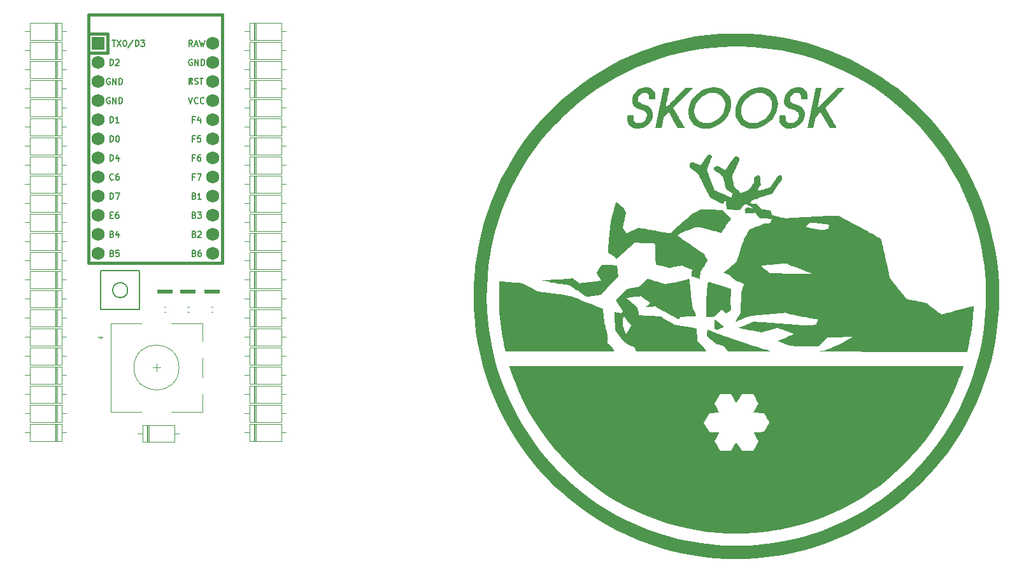
<source format=gbr>
%TF.GenerationSoftware,KiCad,Pcbnew,(6.0.7)*%
%TF.CreationDate,2023-01-10T09:53:11+01:00*%
%TF.ProjectId,skoosk pcb rgb,736b6f6f-736b-4207-9063-62207267622e,rev?*%
%TF.SameCoordinates,Original*%
%TF.FileFunction,Legend,Top*%
%TF.FilePolarity,Positive*%
%FSLAX46Y46*%
G04 Gerber Fmt 4.6, Leading zero omitted, Abs format (unit mm)*
G04 Created by KiCad (PCBNEW (6.0.7)) date 2023-01-10 09:53:11*
%MOMM*%
%LPD*%
G01*
G04 APERTURE LIST*
%ADD10C,0.150000*%
%ADD11C,0.120000*%
%ADD12C,0.381000*%
%ADD13R,1.752600X1.752600*%
%ADD14C,1.752600*%
G04 APERTURE END LIST*
D10*
%TO.C,U1*%
X133013523Y-28256604D02*
X133013523Y-27456604D01*
X133204000Y-27456604D01*
X133318285Y-27494700D01*
X133394476Y-27570890D01*
X133432571Y-27647080D01*
X133470666Y-27799461D01*
X133470666Y-27913747D01*
X133432571Y-28066128D01*
X133394476Y-28142319D01*
X133318285Y-28218509D01*
X133204000Y-28256604D01*
X133013523Y-28256604D01*
X133965904Y-27456604D02*
X134042095Y-27456604D01*
X134118285Y-27494700D01*
X134156380Y-27532795D01*
X134194476Y-27608985D01*
X134232571Y-27761366D01*
X134232571Y-27951842D01*
X134194476Y-28104223D01*
X134156380Y-28180414D01*
X134118285Y-28218509D01*
X134042095Y-28256604D01*
X133965904Y-28256604D01*
X133889714Y-28218509D01*
X133851619Y-28180414D01*
X133813523Y-28104223D01*
X133775428Y-27951842D01*
X133775428Y-27761366D01*
X133813523Y-27608985D01*
X133851619Y-27532795D01*
X133889714Y-27494700D01*
X133965904Y-27456604D01*
X144202190Y-35457557D02*
X144316476Y-35495652D01*
X144354571Y-35533747D01*
X144392666Y-35609938D01*
X144392666Y-35724223D01*
X144354571Y-35800414D01*
X144316476Y-35838509D01*
X144240285Y-35876604D01*
X143935523Y-35876604D01*
X143935523Y-35076604D01*
X144202190Y-35076604D01*
X144278380Y-35114700D01*
X144316476Y-35152795D01*
X144354571Y-35228985D01*
X144354571Y-35305176D01*
X144316476Y-35381366D01*
X144278380Y-35419461D01*
X144202190Y-35457557D01*
X143935523Y-35457557D01*
X145154571Y-35876604D02*
X144697428Y-35876604D01*
X144926000Y-35876604D02*
X144926000Y-35076604D01*
X144849809Y-35190890D01*
X144773619Y-35267080D01*
X144697428Y-35305176D01*
X133280190Y-40537557D02*
X133394476Y-40575652D01*
X133432571Y-40613747D01*
X133470666Y-40689938D01*
X133470666Y-40804223D01*
X133432571Y-40880414D01*
X133394476Y-40918509D01*
X133318285Y-40956604D01*
X133013523Y-40956604D01*
X133013523Y-40156604D01*
X133280190Y-40156604D01*
X133356380Y-40194700D01*
X133394476Y-40232795D01*
X133432571Y-40308985D01*
X133432571Y-40385176D01*
X133394476Y-40461366D01*
X133356380Y-40499461D01*
X133280190Y-40537557D01*
X133013523Y-40537557D01*
X134156380Y-40423271D02*
X134156380Y-40956604D01*
X133965904Y-40118509D02*
X133775428Y-40689938D01*
X134270666Y-40689938D01*
X144259333Y-25297557D02*
X143992666Y-25297557D01*
X143992666Y-25716604D02*
X143992666Y-24916604D01*
X144373619Y-24916604D01*
X145021238Y-25183271D02*
X145021238Y-25716604D01*
X144830761Y-24878509D02*
X144640285Y-25449938D01*
X145135523Y-25449938D01*
X133013523Y-18096604D02*
X133013523Y-17296604D01*
X133204000Y-17296604D01*
X133318285Y-17334700D01*
X133394476Y-17410890D01*
X133432571Y-17487080D01*
X133470666Y-17639461D01*
X133470666Y-17753747D01*
X133432571Y-17906128D01*
X133394476Y-17982319D01*
X133318285Y-18058509D01*
X133204000Y-18096604D01*
X133013523Y-18096604D01*
X133775428Y-17372795D02*
X133813523Y-17334700D01*
X133889714Y-17296604D01*
X134080190Y-17296604D01*
X134156380Y-17334700D01*
X134194476Y-17372795D01*
X134232571Y-17448985D01*
X134232571Y-17525176D01*
X134194476Y-17639461D01*
X133737333Y-18096604D01*
X134232571Y-18096604D01*
X133302651Y-14756604D02*
X133759794Y-14756604D01*
X133531223Y-15556604D02*
X133531223Y-14756604D01*
X133950270Y-14756604D02*
X134483604Y-15556604D01*
X134483604Y-14756604D02*
X133950270Y-15556604D01*
X134940747Y-14756604D02*
X135016937Y-14756604D01*
X135093128Y-14794700D01*
X135131223Y-14832795D01*
X135169318Y-14908985D01*
X135207413Y-15061366D01*
X135207413Y-15251842D01*
X135169318Y-15404223D01*
X135131223Y-15480414D01*
X135093128Y-15518509D01*
X135016937Y-15556604D01*
X134940747Y-15556604D01*
X134864556Y-15518509D01*
X134826461Y-15480414D01*
X134788366Y-15404223D01*
X134750270Y-15251842D01*
X134750270Y-15061366D01*
X134788366Y-14908985D01*
X134826461Y-14832795D01*
X134864556Y-14794700D01*
X134940747Y-14756604D01*
X136121699Y-14718509D02*
X135435985Y-15747080D01*
X136388366Y-15556604D02*
X136388366Y-14756604D01*
X136578842Y-14756604D01*
X136693128Y-14794700D01*
X136769318Y-14870890D01*
X136807413Y-14947080D01*
X136845508Y-15099461D01*
X136845508Y-15213747D01*
X136807413Y-15366128D01*
X136769318Y-15442319D01*
X136693128Y-15518509D01*
X136578842Y-15556604D01*
X136388366Y-15556604D01*
X137112175Y-14756604D02*
X137607413Y-14756604D01*
X137340747Y-15061366D01*
X137455032Y-15061366D01*
X137531223Y-15099461D01*
X137569318Y-15137557D01*
X137607413Y-15213747D01*
X137607413Y-15404223D01*
X137569318Y-15480414D01*
X137531223Y-15518509D01*
X137455032Y-15556604D01*
X137226461Y-15556604D01*
X137150270Y-15518509D01*
X137112175Y-15480414D01*
X133280190Y-43077557D02*
X133394476Y-43115652D01*
X133432571Y-43153747D01*
X133470666Y-43229938D01*
X133470666Y-43344223D01*
X133432571Y-43420414D01*
X133394476Y-43458509D01*
X133318285Y-43496604D01*
X133013523Y-43496604D01*
X133013523Y-42696604D01*
X133280190Y-42696604D01*
X133356380Y-42734700D01*
X133394476Y-42772795D01*
X133432571Y-42848985D01*
X133432571Y-42925176D01*
X133394476Y-43001366D01*
X133356380Y-43039461D01*
X133280190Y-43077557D01*
X133013523Y-43077557D01*
X134194476Y-42696604D02*
X133813523Y-42696604D01*
X133775428Y-43077557D01*
X133813523Y-43039461D01*
X133889714Y-43001366D01*
X134080190Y-43001366D01*
X134156380Y-43039461D01*
X134194476Y-43077557D01*
X134232571Y-43153747D01*
X134232571Y-43344223D01*
X134194476Y-43420414D01*
X134156380Y-43458509D01*
X134080190Y-43496604D01*
X133889714Y-43496604D01*
X133813523Y-43458509D01*
X133775428Y-43420414D01*
X144202190Y-40537557D02*
X144316476Y-40575652D01*
X144354571Y-40613747D01*
X144392666Y-40689938D01*
X144392666Y-40804223D01*
X144354571Y-40880414D01*
X144316476Y-40918509D01*
X144240285Y-40956604D01*
X143935523Y-40956604D01*
X143935523Y-40156604D01*
X144202190Y-40156604D01*
X144278380Y-40194700D01*
X144316476Y-40232795D01*
X144354571Y-40308985D01*
X144354571Y-40385176D01*
X144316476Y-40461366D01*
X144278380Y-40499461D01*
X144202190Y-40537557D01*
X143935523Y-40537557D01*
X144697428Y-40232795D02*
X144735523Y-40194700D01*
X144811714Y-40156604D01*
X145002190Y-40156604D01*
X145078380Y-40194700D01*
X145116476Y-40232795D01*
X145154571Y-40308985D01*
X145154571Y-40385176D01*
X145116476Y-40499461D01*
X144659333Y-40956604D01*
X145154571Y-40956604D01*
X144259333Y-32917557D02*
X143992666Y-32917557D01*
X143992666Y-33336604D02*
X143992666Y-32536604D01*
X144373619Y-32536604D01*
X144602190Y-32536604D02*
X145135523Y-32536604D01*
X144792666Y-33336604D01*
X132994476Y-22414700D02*
X132918285Y-22376604D01*
X132804000Y-22376604D01*
X132689714Y-22414700D01*
X132613523Y-22490890D01*
X132575428Y-22567080D01*
X132537333Y-22719461D01*
X132537333Y-22833747D01*
X132575428Y-22986128D01*
X132613523Y-23062319D01*
X132689714Y-23138509D01*
X132804000Y-23176604D01*
X132880190Y-23176604D01*
X132994476Y-23138509D01*
X133032571Y-23100414D01*
X133032571Y-22833747D01*
X132880190Y-22833747D01*
X133375428Y-23176604D02*
X133375428Y-22376604D01*
X133832571Y-23176604D01*
X133832571Y-22376604D01*
X134213523Y-23176604D02*
X134213523Y-22376604D01*
X134404000Y-22376604D01*
X134518285Y-22414700D01*
X134594476Y-22490890D01*
X134632571Y-22567080D01*
X134670666Y-22719461D01*
X134670666Y-22833747D01*
X134632571Y-22986128D01*
X134594476Y-23062319D01*
X134518285Y-23138509D01*
X134404000Y-23176604D01*
X134213523Y-23176604D01*
X144202190Y-37997557D02*
X144316476Y-38035652D01*
X144354571Y-38073747D01*
X144392666Y-38149938D01*
X144392666Y-38264223D01*
X144354571Y-38340414D01*
X144316476Y-38378509D01*
X144240285Y-38416604D01*
X143935523Y-38416604D01*
X143935523Y-37616604D01*
X144202190Y-37616604D01*
X144278380Y-37654700D01*
X144316476Y-37692795D01*
X144354571Y-37768985D01*
X144354571Y-37845176D01*
X144316476Y-37921366D01*
X144278380Y-37959461D01*
X144202190Y-37997557D01*
X143935523Y-37997557D01*
X144659333Y-37616604D02*
X145154571Y-37616604D01*
X144887904Y-37921366D01*
X145002190Y-37921366D01*
X145078380Y-37959461D01*
X145116476Y-37997557D01*
X145154571Y-38073747D01*
X145154571Y-38264223D01*
X145116476Y-38340414D01*
X145078380Y-38378509D01*
X145002190Y-38416604D01*
X144773619Y-38416604D01*
X144697428Y-38378509D01*
X144659333Y-38340414D01*
X144259333Y-30377557D02*
X143992666Y-30377557D01*
X143992666Y-30796604D02*
X143992666Y-29996604D01*
X144373619Y-29996604D01*
X145021238Y-29996604D02*
X144868857Y-29996604D01*
X144792666Y-30034700D01*
X144754571Y-30072795D01*
X144678380Y-30187080D01*
X144640285Y-30339461D01*
X144640285Y-30644223D01*
X144678380Y-30720414D01*
X144716476Y-30758509D01*
X144792666Y-30796604D01*
X144945047Y-30796604D01*
X145021238Y-30758509D01*
X145059333Y-30720414D01*
X145097428Y-30644223D01*
X145097428Y-30453747D01*
X145059333Y-30377557D01*
X145021238Y-30339461D01*
X144945047Y-30301366D01*
X144792666Y-30301366D01*
X144716476Y-30339461D01*
X144678380Y-30377557D01*
X144640285Y-30453747D01*
X144264786Y-20568509D02*
X144379072Y-20606604D01*
X144569548Y-20606604D01*
X144645739Y-20568509D01*
X144683834Y-20530414D01*
X144721929Y-20454223D01*
X144721929Y-20378033D01*
X144683834Y-20301842D01*
X144645739Y-20263747D01*
X144569548Y-20225652D01*
X144417167Y-20187557D01*
X144340977Y-20149461D01*
X144302881Y-20111366D01*
X144264786Y-20035176D01*
X144264786Y-19958985D01*
X144302881Y-19882795D01*
X144340977Y-19844700D01*
X144417167Y-19806604D01*
X144607643Y-19806604D01*
X144721929Y-19844700D01*
X144950500Y-19806604D02*
X145407643Y-19806604D01*
X145179072Y-20606604D02*
X145179072Y-19806604D01*
X132994476Y-19874700D02*
X132918285Y-19836604D01*
X132804000Y-19836604D01*
X132689714Y-19874700D01*
X132613523Y-19950890D01*
X132575428Y-20027080D01*
X132537333Y-20179461D01*
X132537333Y-20293747D01*
X132575428Y-20446128D01*
X132613523Y-20522319D01*
X132689714Y-20598509D01*
X132804000Y-20636604D01*
X132880190Y-20636604D01*
X132994476Y-20598509D01*
X133032571Y-20560414D01*
X133032571Y-20293747D01*
X132880190Y-20293747D01*
X133375428Y-20636604D02*
X133375428Y-19836604D01*
X133832571Y-20636604D01*
X133832571Y-19836604D01*
X134213523Y-20636604D02*
X134213523Y-19836604D01*
X134404000Y-19836604D01*
X134518285Y-19874700D01*
X134594476Y-19950890D01*
X134632571Y-20027080D01*
X134670666Y-20179461D01*
X134670666Y-20293747D01*
X134632571Y-20446128D01*
X134594476Y-20522319D01*
X134518285Y-20598509D01*
X134404000Y-20636604D01*
X134213523Y-20636604D01*
X143973619Y-15556604D02*
X143706952Y-15175652D01*
X143516476Y-15556604D02*
X143516476Y-14756604D01*
X143821238Y-14756604D01*
X143897428Y-14794700D01*
X143935523Y-14832795D01*
X143973619Y-14908985D01*
X143973619Y-15023271D01*
X143935523Y-15099461D01*
X143897428Y-15137557D01*
X143821238Y-15175652D01*
X143516476Y-15175652D01*
X144278380Y-15328033D02*
X144659333Y-15328033D01*
X144202190Y-15556604D02*
X144468857Y-14756604D01*
X144735523Y-15556604D01*
X144926000Y-14756604D02*
X145116476Y-15556604D01*
X145268857Y-14985176D01*
X145421238Y-15556604D01*
X145611714Y-14756604D01*
X144259333Y-27837557D02*
X143992666Y-27837557D01*
X143992666Y-28256604D02*
X143992666Y-27456604D01*
X144373619Y-27456604D01*
X145059333Y-27456604D02*
X144678380Y-27456604D01*
X144640285Y-27837557D01*
X144678380Y-27799461D01*
X144754571Y-27761366D01*
X144945047Y-27761366D01*
X145021238Y-27799461D01*
X145059333Y-27837557D01*
X145097428Y-27913747D01*
X145097428Y-28104223D01*
X145059333Y-28180414D01*
X145021238Y-28218509D01*
X144945047Y-28256604D01*
X144754571Y-28256604D01*
X144678380Y-28218509D01*
X144640285Y-28180414D01*
X133013523Y-35876604D02*
X133013523Y-35076604D01*
X133204000Y-35076604D01*
X133318285Y-35114700D01*
X133394476Y-35190890D01*
X133432571Y-35267080D01*
X133470666Y-35419461D01*
X133470666Y-35533747D01*
X133432571Y-35686128D01*
X133394476Y-35762319D01*
X133318285Y-35838509D01*
X133204000Y-35876604D01*
X133013523Y-35876604D01*
X133737333Y-35076604D02*
X134270666Y-35076604D01*
X133927809Y-35876604D01*
X133013523Y-25716604D02*
X133013523Y-24916604D01*
X133204000Y-24916604D01*
X133318285Y-24954700D01*
X133394476Y-25030890D01*
X133432571Y-25107080D01*
X133470666Y-25259461D01*
X133470666Y-25373747D01*
X133432571Y-25526128D01*
X133394476Y-25602319D01*
X133318285Y-25678509D01*
X133204000Y-25716604D01*
X133013523Y-25716604D01*
X134232571Y-25716604D02*
X133775428Y-25716604D01*
X134004000Y-25716604D02*
X134004000Y-24916604D01*
X133927809Y-25030890D01*
X133851619Y-25107080D01*
X133775428Y-25145176D01*
X133470666Y-33260414D02*
X133432571Y-33298509D01*
X133318285Y-33336604D01*
X133242095Y-33336604D01*
X133127809Y-33298509D01*
X133051619Y-33222319D01*
X133013523Y-33146128D01*
X132975428Y-32993747D01*
X132975428Y-32879461D01*
X133013523Y-32727080D01*
X133051619Y-32650890D01*
X133127809Y-32574700D01*
X133242095Y-32536604D01*
X133318285Y-32536604D01*
X133432571Y-32574700D01*
X133470666Y-32612795D01*
X134156380Y-32536604D02*
X134004000Y-32536604D01*
X133927809Y-32574700D01*
X133889714Y-32612795D01*
X133813523Y-32727080D01*
X133775428Y-32879461D01*
X133775428Y-33184223D01*
X133813523Y-33260414D01*
X133851619Y-33298509D01*
X133927809Y-33336604D01*
X134080190Y-33336604D01*
X134156380Y-33298509D01*
X134194476Y-33260414D01*
X134232571Y-33184223D01*
X134232571Y-32993747D01*
X134194476Y-32917557D01*
X134156380Y-32879461D01*
X134080190Y-32841366D01*
X133927809Y-32841366D01*
X133851619Y-32879461D01*
X133813523Y-32917557D01*
X133775428Y-32993747D01*
X133051619Y-37997557D02*
X133318285Y-37997557D01*
X133432571Y-38416604D02*
X133051619Y-38416604D01*
X133051619Y-37616604D01*
X133432571Y-37616604D01*
X134118285Y-37616604D02*
X133965904Y-37616604D01*
X133889714Y-37654700D01*
X133851619Y-37692795D01*
X133775428Y-37807080D01*
X133737333Y-37959461D01*
X133737333Y-38264223D01*
X133775428Y-38340414D01*
X133813523Y-38378509D01*
X133889714Y-38416604D01*
X134042095Y-38416604D01*
X134118285Y-38378509D01*
X134156380Y-38340414D01*
X134194476Y-38264223D01*
X134194476Y-38073747D01*
X134156380Y-37997557D01*
X134118285Y-37959461D01*
X134042095Y-37921366D01*
X133889714Y-37921366D01*
X133813523Y-37959461D01*
X133775428Y-37997557D01*
X133737333Y-38073747D01*
X143916476Y-17334700D02*
X143840285Y-17296604D01*
X143726000Y-17296604D01*
X143611714Y-17334700D01*
X143535523Y-17410890D01*
X143497428Y-17487080D01*
X143459333Y-17639461D01*
X143459333Y-17753747D01*
X143497428Y-17906128D01*
X143535523Y-17982319D01*
X143611714Y-18058509D01*
X143726000Y-18096604D01*
X143802190Y-18096604D01*
X143916476Y-18058509D01*
X143954571Y-18020414D01*
X143954571Y-17753747D01*
X143802190Y-17753747D01*
X144297428Y-18096604D02*
X144297428Y-17296604D01*
X144754571Y-18096604D01*
X144754571Y-17296604D01*
X145135523Y-18096604D02*
X145135523Y-17296604D01*
X145326000Y-17296604D01*
X145440285Y-17334700D01*
X145516476Y-17410890D01*
X145554571Y-17487080D01*
X145592666Y-17639461D01*
X145592666Y-17753747D01*
X145554571Y-17906128D01*
X145516476Y-17982319D01*
X145440285Y-18058509D01*
X145326000Y-18096604D01*
X145135523Y-18096604D01*
X143459333Y-22376604D02*
X143726000Y-23176604D01*
X143992666Y-22376604D01*
X144716476Y-23100414D02*
X144678380Y-23138509D01*
X144564095Y-23176604D01*
X144487904Y-23176604D01*
X144373619Y-23138509D01*
X144297428Y-23062319D01*
X144259333Y-22986128D01*
X144221238Y-22833747D01*
X144221238Y-22719461D01*
X144259333Y-22567080D01*
X144297428Y-22490890D01*
X144373619Y-22414700D01*
X144487904Y-22376604D01*
X144564095Y-22376604D01*
X144678380Y-22414700D01*
X144716476Y-22452795D01*
X145516476Y-23100414D02*
X145478380Y-23138509D01*
X145364095Y-23176604D01*
X145287904Y-23176604D01*
X145173619Y-23138509D01*
X145097428Y-23062319D01*
X145059333Y-22986128D01*
X145021238Y-22833747D01*
X145021238Y-22719461D01*
X145059333Y-22567080D01*
X145097428Y-22490890D01*
X145173619Y-22414700D01*
X145287904Y-22376604D01*
X145364095Y-22376604D01*
X145478380Y-22414700D01*
X145516476Y-22452795D01*
X133013523Y-30796604D02*
X133013523Y-29996604D01*
X133204000Y-29996604D01*
X133318285Y-30034700D01*
X133394476Y-30110890D01*
X133432571Y-30187080D01*
X133470666Y-30339461D01*
X133470666Y-30453747D01*
X133432571Y-30606128D01*
X133394476Y-30682319D01*
X133318285Y-30758509D01*
X133204000Y-30796604D01*
X133013523Y-30796604D01*
X134156380Y-30263271D02*
X134156380Y-30796604D01*
X133965904Y-29958509D02*
X133775428Y-30529938D01*
X134270666Y-30529938D01*
X144202190Y-43077557D02*
X144316476Y-43115652D01*
X144354571Y-43153747D01*
X144392666Y-43229938D01*
X144392666Y-43344223D01*
X144354571Y-43420414D01*
X144316476Y-43458509D01*
X144240285Y-43496604D01*
X143935523Y-43496604D01*
X143935523Y-42696604D01*
X144202190Y-42696604D01*
X144278380Y-42734700D01*
X144316476Y-42772795D01*
X144354571Y-42848985D01*
X144354571Y-42925176D01*
X144316476Y-43001366D01*
X144278380Y-43039461D01*
X144202190Y-43077557D01*
X143935523Y-43077557D01*
X145078380Y-42696604D02*
X144926000Y-42696604D01*
X144849809Y-42734700D01*
X144811714Y-42772795D01*
X144735523Y-42887080D01*
X144697428Y-43039461D01*
X144697428Y-43344223D01*
X144735523Y-43420414D01*
X144773619Y-43458509D01*
X144849809Y-43496604D01*
X145002190Y-43496604D01*
X145078380Y-43458509D01*
X145116476Y-43420414D01*
X145154571Y-43344223D01*
X145154571Y-43153747D01*
X145116476Y-43077557D01*
X145078380Y-43039461D01*
X145002190Y-43001366D01*
X144849809Y-43001366D01*
X144773619Y-43039461D01*
X144735523Y-43077557D01*
X144697428Y-43153747D01*
D11*
%TO.C,D28*%
X125980000Y-52809000D02*
X125980000Y-50569000D01*
X126580000Y-52809000D02*
X126580000Y-50569000D01*
X126580000Y-50569000D02*
X122340000Y-50569000D01*
X125860000Y-52809000D02*
X125860000Y-50569000D01*
X122340000Y-52809000D02*
X126580000Y-52809000D01*
X127230000Y-51689000D02*
X126580000Y-51689000D01*
X125740000Y-52809000D02*
X125740000Y-50569000D01*
X121690000Y-51689000D02*
X122340000Y-51689000D01*
X122340000Y-50569000D02*
X122340000Y-52809000D01*
%TO.C,Drgb2*%
G36*
X144383000Y-48418700D02*
G01*
X142383000Y-48418700D01*
X142383000Y-47918700D01*
X144383000Y-47918700D01*
X144383000Y-48418700D01*
G37*
D12*
%TO.C,U1*%
X132715000Y-13924700D02*
X130175000Y-13924700D01*
X130175000Y-44404700D02*
X147955000Y-44404700D01*
X130175000Y-13924700D02*
X130175000Y-44404700D01*
X132715000Y-16464700D02*
X130175000Y-16464700D01*
X147955000Y-11384700D02*
X130175000Y-11384700D01*
X130175000Y-11384700D02*
X130175000Y-13924700D01*
X132715000Y-13924700D02*
X132715000Y-16464700D01*
X147955000Y-44404700D02*
X147955000Y-13924700D01*
X147955000Y-13924700D02*
X147955000Y-11384700D01*
G36*
X143996568Y-19904060D02*
G01*
X143496568Y-19904060D01*
X143496568Y-19804060D01*
X143996568Y-19804060D01*
X143996568Y-19904060D01*
G37*
D10*
X143996568Y-19904060D02*
X143496568Y-19904060D01*
X143496568Y-19804060D01*
X143996568Y-19804060D01*
X143996568Y-19904060D01*
G36*
X143996568Y-20104060D02*
G01*
X143896568Y-20104060D01*
X143896568Y-19804060D01*
X143996568Y-19804060D01*
X143996568Y-20104060D01*
G37*
X143996568Y-20104060D02*
X143896568Y-20104060D01*
X143896568Y-19804060D01*
X143996568Y-19804060D01*
X143996568Y-20104060D01*
G36*
X143796568Y-20304060D02*
G01*
X143696568Y-20304060D01*
X143696568Y-20204060D01*
X143796568Y-20204060D01*
X143796568Y-20304060D01*
G37*
X143796568Y-20304060D02*
X143696568Y-20304060D01*
X143696568Y-20204060D01*
X143796568Y-20204060D01*
X143796568Y-20304060D01*
G36*
X143596568Y-20604060D02*
G01*
X143496568Y-20604060D01*
X143496568Y-19804060D01*
X143596568Y-19804060D01*
X143596568Y-20604060D01*
G37*
X143596568Y-20604060D02*
X143496568Y-20604060D01*
X143496568Y-19804060D01*
X143596568Y-19804060D01*
X143596568Y-20604060D01*
G36*
X143996568Y-20604060D02*
G01*
X143896568Y-20604060D01*
X143896568Y-20404060D01*
X143996568Y-20404060D01*
X143996568Y-20604060D01*
G37*
X143996568Y-20604060D02*
X143896568Y-20604060D01*
X143896568Y-20404060D01*
X143996568Y-20404060D01*
X143996568Y-20604060D01*
D11*
%TO.C,D3*%
X125860000Y-19789000D02*
X125860000Y-17549000D01*
X122340000Y-17549000D02*
X122340000Y-19789000D01*
X121690000Y-18669000D02*
X122340000Y-18669000D01*
X127230000Y-18669000D02*
X126580000Y-18669000D01*
X126580000Y-19789000D02*
X126580000Y-17549000D01*
X125980000Y-19789000D02*
X125980000Y-17549000D01*
X125740000Y-19789000D02*
X125740000Y-17549000D01*
X126580000Y-17549000D02*
X122340000Y-17549000D01*
X122340000Y-19789000D02*
X126580000Y-19789000D01*
%TO.C,D14*%
X126580000Y-30249000D02*
X122340000Y-30249000D01*
X121690000Y-31369000D02*
X122340000Y-31369000D01*
X125860000Y-32489000D02*
X125860000Y-30249000D01*
X122340000Y-32489000D02*
X126580000Y-32489000D01*
X126580000Y-32489000D02*
X126580000Y-30249000D01*
X127230000Y-31369000D02*
X126580000Y-31369000D01*
X122340000Y-30249000D02*
X122340000Y-32489000D01*
X125740000Y-32489000D02*
X125740000Y-30249000D01*
X125980000Y-32489000D02*
X125980000Y-30249000D01*
%TO.C,D43*%
X150900000Y-61849000D02*
X151550000Y-61849000D01*
X151550000Y-62969000D02*
X155790000Y-62969000D01*
X155790000Y-60729000D02*
X151550000Y-60729000D01*
X152390000Y-60729000D02*
X152390000Y-62969000D01*
X156440000Y-61849000D02*
X155790000Y-61849000D01*
X151550000Y-60729000D02*
X151550000Y-62969000D01*
X152150000Y-60729000D02*
X152150000Y-62969000D01*
X155790000Y-62969000D02*
X155790000Y-60729000D01*
X152270000Y-60729000D02*
X152270000Y-62969000D01*
%TO.C,D2*%
X126580000Y-15009000D02*
X122340000Y-15009000D01*
X121690000Y-16129000D02*
X122340000Y-16129000D01*
X122340000Y-15009000D02*
X122340000Y-17249000D01*
X125860000Y-17249000D02*
X125860000Y-15009000D01*
X126580000Y-17249000D02*
X126580000Y-15009000D01*
X125740000Y-17249000D02*
X125740000Y-15009000D01*
X125980000Y-17249000D02*
X125980000Y-15009000D01*
X122340000Y-17249000D02*
X126580000Y-17249000D01*
X127230000Y-16129000D02*
X126580000Y-16129000D01*
%TO.C,D23*%
X152390000Y-30249000D02*
X152390000Y-32489000D01*
X151550000Y-32489000D02*
X155790000Y-32489000D01*
X155790000Y-32489000D02*
X155790000Y-30249000D01*
X151550000Y-30249000D02*
X151550000Y-32489000D01*
X152150000Y-30249000D02*
X152150000Y-32489000D01*
X150900000Y-31369000D02*
X151550000Y-31369000D01*
X152270000Y-30249000D02*
X152270000Y-32489000D01*
X156440000Y-31369000D02*
X155790000Y-31369000D01*
X155790000Y-30249000D02*
X151550000Y-30249000D01*
%TO.C,SW2*%
X133092000Y-52393000D02*
X133092000Y-64193000D01*
X138692000Y-58293000D02*
X139692000Y-58293000D01*
X139192000Y-57793000D02*
X139192000Y-58793000D01*
X145292000Y-61793000D02*
X145292000Y-64193000D01*
X131392000Y-54193000D02*
X131992000Y-54193000D01*
X137192000Y-64193000D02*
X133092000Y-64193000D01*
X137192000Y-52393000D02*
X133092000Y-52393000D01*
X145292000Y-56993000D02*
X145292000Y-59593000D01*
X145292000Y-64193000D02*
X141192000Y-64193000D01*
X131992000Y-54193000D02*
X131692000Y-54493000D01*
X141192000Y-52393000D02*
X145292000Y-52393000D01*
X131692000Y-54493000D02*
X131392000Y-54193000D01*
X145292000Y-52393000D02*
X145292000Y-54793000D01*
X142192000Y-58293000D02*
G75*
G03*
X142192000Y-58293000I-3000000J0D01*
G01*
%TO.C,D6*%
X122340000Y-27409000D02*
X126580000Y-27409000D01*
X126580000Y-27409000D02*
X126580000Y-25169000D01*
X125980000Y-27409000D02*
X125980000Y-25169000D01*
X125860000Y-27409000D02*
X125860000Y-25169000D01*
X121690000Y-26289000D02*
X122340000Y-26289000D01*
X122340000Y-25169000D02*
X122340000Y-27409000D01*
X127230000Y-26289000D02*
X126580000Y-26289000D01*
X126580000Y-25169000D02*
X122340000Y-25169000D01*
X125740000Y-27409000D02*
X125740000Y-25169000D01*
%TO.C,D34*%
X155790000Y-48029000D02*
X151550000Y-48029000D01*
X152390000Y-48029000D02*
X152390000Y-50269000D01*
X151550000Y-48029000D02*
X151550000Y-50269000D01*
X150900000Y-49149000D02*
X151550000Y-49149000D01*
X152270000Y-48029000D02*
X152270000Y-50269000D01*
X151550000Y-50269000D02*
X155790000Y-50269000D01*
X152150000Y-48029000D02*
X152150000Y-50269000D01*
X156440000Y-49149000D02*
X155790000Y-49149000D01*
X155790000Y-50269000D02*
X155790000Y-48029000D01*
%TO.C,Crgb3*%
X146478164Y-50186000D02*
X146693836Y-50186000D01*
X146478164Y-50906000D02*
X146693836Y-50906000D01*
%TO.C,Crgb2*%
X143303164Y-50906000D02*
X143518836Y-50906000D01*
X143303164Y-50186000D02*
X143518836Y-50186000D01*
D10*
%TO.C,SW1*%
X131766000Y-45406000D02*
X136966000Y-45406000D01*
X131766000Y-50606000D02*
X131766000Y-45406000D01*
X136966000Y-45406000D02*
X136966000Y-50606000D01*
X136966000Y-50606000D02*
X131766000Y-50606000D01*
X135366000Y-48006000D02*
G75*
G03*
X135366000Y-48006000I-1000000J0D01*
G01*
D11*
%TO.C,D5*%
X127230000Y-23749000D02*
X126580000Y-23749000D01*
X122340000Y-22629000D02*
X122340000Y-24869000D01*
X126580000Y-22629000D02*
X122340000Y-22629000D01*
X126580000Y-24869000D02*
X126580000Y-22629000D01*
X125860000Y-24869000D02*
X125860000Y-22629000D01*
X121690000Y-23749000D02*
X122340000Y-23749000D01*
X125980000Y-24869000D02*
X125980000Y-22629000D01*
X125740000Y-24869000D02*
X125740000Y-22629000D01*
X122340000Y-24869000D02*
X126580000Y-24869000D01*
%TO.C,D40*%
X127230000Y-66929000D02*
X126580000Y-66929000D01*
X125740000Y-68049000D02*
X125740000Y-65809000D01*
X122340000Y-68049000D02*
X126580000Y-68049000D01*
X126580000Y-68049000D02*
X126580000Y-65809000D01*
X122340000Y-65809000D02*
X122340000Y-68049000D01*
X125860000Y-68049000D02*
X125860000Y-65809000D01*
X121690000Y-66929000D02*
X122340000Y-66929000D01*
X125980000Y-68049000D02*
X125980000Y-65809000D01*
X126580000Y-65809000D02*
X122340000Y-65809000D01*
%TO.C,D4*%
X125740000Y-22329000D02*
X125740000Y-20089000D01*
X121690000Y-21209000D02*
X122340000Y-21209000D01*
X127230000Y-21209000D02*
X126580000Y-21209000D01*
X126580000Y-22329000D02*
X126580000Y-20089000D01*
X122340000Y-22329000D02*
X126580000Y-22329000D01*
X122340000Y-20089000D02*
X122340000Y-22329000D01*
X125860000Y-22329000D02*
X125860000Y-20089000D01*
X126580000Y-20089000D02*
X122340000Y-20089000D01*
X125980000Y-22329000D02*
X125980000Y-20089000D01*
%TO.C,D24*%
X152150000Y-27709000D02*
X152150000Y-29949000D01*
X150900000Y-28829000D02*
X151550000Y-28829000D01*
X152390000Y-27709000D02*
X152390000Y-29949000D01*
X151550000Y-27709000D02*
X151550000Y-29949000D01*
X156440000Y-28829000D02*
X155790000Y-28829000D01*
X151550000Y-29949000D02*
X155790000Y-29949000D01*
X152270000Y-27709000D02*
X152270000Y-29949000D01*
X155790000Y-27709000D02*
X151550000Y-27709000D01*
X155790000Y-29949000D02*
X155790000Y-27709000D01*
%TO.C,D39*%
X125740000Y-65509000D02*
X125740000Y-63269000D01*
X126580000Y-63269000D02*
X122340000Y-63269000D01*
X122340000Y-63269000D02*
X122340000Y-65509000D01*
X121690000Y-64389000D02*
X122340000Y-64389000D01*
X122340000Y-65509000D02*
X126580000Y-65509000D01*
X127230000Y-64389000D02*
X126580000Y-64389000D01*
X126580000Y-65509000D02*
X126580000Y-63269000D01*
X125980000Y-65509000D02*
X125980000Y-63269000D01*
X125860000Y-65509000D02*
X125860000Y-63269000D01*
%TO.C,D27*%
X125980000Y-50269000D02*
X125980000Y-48029000D01*
X122340000Y-50269000D02*
X126580000Y-50269000D01*
X121690000Y-49149000D02*
X122340000Y-49149000D01*
X126580000Y-50269000D02*
X126580000Y-48029000D01*
X126580000Y-48029000D02*
X122340000Y-48029000D01*
X125860000Y-50269000D02*
X125860000Y-48029000D01*
X127230000Y-49149000D02*
X126580000Y-49149000D01*
X122340000Y-48029000D02*
X122340000Y-50269000D01*
X125740000Y-50269000D02*
X125740000Y-48029000D01*
%TO.C,D30*%
X125980000Y-57889000D02*
X125980000Y-55649000D01*
X126580000Y-55649000D02*
X122340000Y-55649000D01*
X125860000Y-57889000D02*
X125860000Y-55649000D01*
X122340000Y-55649000D02*
X122340000Y-57889000D01*
X126580000Y-57889000D02*
X126580000Y-55649000D01*
X122340000Y-57889000D02*
X126580000Y-57889000D01*
X127230000Y-56769000D02*
X126580000Y-56769000D01*
X121690000Y-56769000D02*
X122340000Y-56769000D01*
X125740000Y-57889000D02*
X125740000Y-55649000D01*
%TO.C,D22*%
X152390000Y-32789000D02*
X152390000Y-35029000D01*
X151550000Y-35029000D02*
X155790000Y-35029000D01*
X152150000Y-32789000D02*
X152150000Y-35029000D01*
X156440000Y-33909000D02*
X155790000Y-33909000D01*
X151550000Y-32789000D02*
X151550000Y-35029000D01*
X155790000Y-32789000D02*
X151550000Y-32789000D01*
X150900000Y-33909000D02*
X151550000Y-33909000D01*
X155790000Y-35029000D02*
X155790000Y-32789000D01*
X152270000Y-32789000D02*
X152270000Y-35029000D01*
%TO.C,D18*%
X125860000Y-42649000D02*
X125860000Y-40409000D01*
X122340000Y-40409000D02*
X122340000Y-42649000D01*
X125740000Y-42649000D02*
X125740000Y-40409000D01*
X125980000Y-42649000D02*
X125980000Y-40409000D01*
X121690000Y-41529000D02*
X122340000Y-41529000D01*
X126580000Y-42649000D02*
X126580000Y-40409000D01*
X126580000Y-40409000D02*
X122340000Y-40409000D01*
X122340000Y-42649000D02*
X126580000Y-42649000D01*
X127230000Y-41529000D02*
X126580000Y-41529000D01*
%TO.C,Gfront*%
G36*
X215857287Y-44614754D02*
G01*
X215974843Y-44521837D01*
X215984853Y-44513947D01*
X216118397Y-44401197D01*
X216225197Y-44296370D01*
X216292482Y-44212396D01*
X216304192Y-44190654D01*
X216325401Y-44134433D01*
X216365579Y-44021197D01*
X216422037Y-43858776D01*
X216492084Y-43655005D01*
X216573028Y-43417717D01*
X216662179Y-43154743D01*
X216756845Y-42873917D01*
X216770161Y-42834291D01*
X216867764Y-42544840D01*
X216962376Y-42266358D01*
X217050920Y-42007750D01*
X217130317Y-41777923D01*
X217197490Y-41585783D01*
X217249362Y-41440236D01*
X217282856Y-41350188D01*
X217284029Y-41347211D01*
X217392314Y-41093240D01*
X217522340Y-40819058D01*
X217662335Y-40547778D01*
X217800530Y-40302510D01*
X217887635Y-40162120D01*
X217938188Y-40084181D01*
X217981574Y-40021060D01*
X218025501Y-39968521D01*
X218077679Y-39922330D01*
X218145818Y-39878251D01*
X218237627Y-39832051D01*
X218360815Y-39779494D01*
X218523091Y-39716346D01*
X218732166Y-39638371D01*
X218864842Y-39589528D01*
X225511894Y-39589528D01*
X225628982Y-39616967D01*
X225790757Y-39653100D01*
X225987016Y-39695808D01*
X226207557Y-39742977D01*
X226442175Y-39792489D01*
X226680668Y-39842228D01*
X226912833Y-39890078D01*
X227128467Y-39933922D01*
X227317367Y-39971644D01*
X227469329Y-40001127D01*
X227574151Y-40020256D01*
X227620380Y-40026896D01*
X227707490Y-40020520D01*
X227835868Y-39999875D01*
X227980925Y-39969073D01*
X228013516Y-39961122D01*
X228203274Y-39913174D01*
X228337786Y-39876067D01*
X228428068Y-39843774D01*
X228485133Y-39810273D01*
X228519994Y-39769536D01*
X228543667Y-39715541D01*
X228561053Y-39661605D01*
X228607180Y-39509551D01*
X228631437Y-39409874D01*
X228634281Y-39350326D01*
X228616169Y-39318661D01*
X228577557Y-39302631D01*
X228574468Y-39301867D01*
X228470437Y-39280771D01*
X228311645Y-39253728D01*
X228111254Y-39222577D01*
X227882431Y-39189161D01*
X227638339Y-39155319D01*
X227392144Y-39122892D01*
X227157008Y-39093721D01*
X226946098Y-39069647D01*
X226825767Y-39057367D01*
X226578687Y-39033369D01*
X226389064Y-39016287D01*
X226246132Y-39008540D01*
X226139124Y-39012550D01*
X226057275Y-39030736D01*
X225989818Y-39065518D01*
X225925987Y-39119317D01*
X225855015Y-39194554D01*
X225766137Y-39293648D01*
X225763942Y-39296067D01*
X225661105Y-39410624D01*
X225579123Y-39504418D01*
X225526626Y-39567399D01*
X225511894Y-39589528D01*
X218864842Y-39589528D01*
X218995749Y-39541336D01*
X219062550Y-39516740D01*
X219256123Y-39442845D01*
X219449439Y-39364560D01*
X219622545Y-39290249D01*
X219755486Y-39228276D01*
X219777528Y-39217041D01*
X219904999Y-39153550D01*
X220002291Y-39117590D01*
X220098457Y-39102542D01*
X220222550Y-39101785D01*
X220275511Y-39103579D01*
X220470780Y-39107607D01*
X220610810Y-39099616D01*
X220708296Y-39075311D01*
X220775933Y-39030399D01*
X220826416Y-38960584D01*
X220852153Y-38908509D01*
X220892197Y-38805863D01*
X220935672Y-38672149D01*
X220978112Y-38524438D01*
X221015052Y-38379801D01*
X221042026Y-38255309D01*
X221054567Y-38168035D01*
X221053149Y-38140139D01*
X221040533Y-38150572D01*
X221019616Y-38214295D01*
X220995339Y-38315671D01*
X220968925Y-38427575D01*
X220944720Y-38508854D01*
X220929335Y-38540107D01*
X220888676Y-38540694D01*
X220795844Y-38533252D01*
X220666382Y-38519202D01*
X220570497Y-38507271D01*
X220391328Y-38486756D01*
X220175100Y-38466226D01*
X219953067Y-38448477D01*
X219808388Y-38439061D01*
X219384362Y-38414904D01*
X219093037Y-38043574D01*
X218984886Y-37908642D01*
X218889927Y-37795612D01*
X218816755Y-37714316D01*
X218773967Y-37674588D01*
X218768387Y-37672245D01*
X218719564Y-37686722D01*
X218636523Y-37723085D01*
X218601042Y-37740616D01*
X218533410Y-37770023D01*
X218457147Y-37789733D01*
X218357281Y-37801523D01*
X218218841Y-37807173D01*
X218029793Y-37808464D01*
X217861283Y-37806336D01*
X217716233Y-37800900D01*
X217609072Y-37792952D01*
X217554227Y-37783287D01*
X217551970Y-37782129D01*
X217497657Y-37711477D01*
X217453019Y-37576649D01*
X217423508Y-37413369D01*
X217399794Y-37239957D01*
X217560295Y-37108438D01*
X217720797Y-36976919D01*
X218018579Y-37034003D01*
X218203708Y-37067505D01*
X218332615Y-37085340D01*
X218415493Y-37088091D01*
X218462534Y-37076341D01*
X218479283Y-37060315D01*
X218458888Y-37032774D01*
X218386607Y-36983483D01*
X218273170Y-36918145D01*
X218129309Y-36842463D01*
X217965757Y-36762137D01*
X217793244Y-36682871D01*
X217666050Y-36628217D01*
X217431865Y-36530942D01*
X217375471Y-36602045D01*
X217270834Y-36729308D01*
X217150944Y-36867691D01*
X217024872Y-37007595D01*
X216901687Y-37139422D01*
X216790458Y-37253572D01*
X216700255Y-37340445D01*
X216640147Y-37390443D01*
X216622721Y-37398764D01*
X216567297Y-37394954D01*
X216459271Y-37384427D01*
X216310184Y-37368542D01*
X216131579Y-37348658D01*
X215934996Y-37326136D01*
X215731977Y-37302335D01*
X215534063Y-37278615D01*
X215352796Y-37256335D01*
X215199717Y-37236855D01*
X215086367Y-37221535D01*
X215024288Y-37211735D01*
X215016167Y-37209501D01*
X215008741Y-37173056D01*
X214996236Y-37080236D01*
X214980052Y-36942728D01*
X214961589Y-36772220D01*
X214948951Y-36648451D01*
X214929156Y-36463801D01*
X214909583Y-36305637D01*
X214891849Y-36185313D01*
X214877571Y-36114184D01*
X214870789Y-36099701D01*
X214838956Y-36123780D01*
X214775384Y-36187676D01*
X214692340Y-36278879D01*
X214669683Y-36304816D01*
X214578402Y-36401804D01*
X214496585Y-36474044D01*
X214439209Y-36508648D01*
X214431317Y-36509930D01*
X214376942Y-36494247D01*
X214273496Y-36450867D01*
X214131677Y-36385294D01*
X213962181Y-36303032D01*
X213775708Y-36209586D01*
X213582954Y-36110460D01*
X213394618Y-36011159D01*
X213221396Y-35917186D01*
X213073988Y-35834046D01*
X212963090Y-35767242D01*
X212899400Y-35722280D01*
X212897929Y-35720963D01*
X212830569Y-35645297D01*
X212744888Y-35528908D01*
X212654829Y-35391351D01*
X212612138Y-35320097D01*
X212516286Y-35148171D01*
X212398293Y-34926489D01*
X212264384Y-34667507D01*
X212120783Y-34383681D01*
X211973713Y-34087465D01*
X211829398Y-33791316D01*
X211694062Y-33507688D01*
X211573929Y-33249036D01*
X211541174Y-33176821D01*
X211461509Y-33001825D01*
X211389594Y-32847264D01*
X211330891Y-32724612D01*
X211290859Y-32645343D01*
X211277267Y-32622295D01*
X211241401Y-32589667D01*
X211159803Y-32522147D01*
X211040935Y-32426522D01*
X210893262Y-32309580D01*
X210725249Y-32178110D01*
X210666590Y-32132544D01*
X210088795Y-31684533D01*
X210089171Y-31524755D01*
X210094590Y-31344429D01*
X210113308Y-31217890D01*
X210150512Y-31131033D01*
X210211389Y-31069756D01*
X210269169Y-31035394D01*
X210369243Y-30995887D01*
X210456271Y-30980435D01*
X210478076Y-30982406D01*
X210534382Y-31000922D01*
X210640577Y-31040567D01*
X210783414Y-31096231D01*
X210949645Y-31162802D01*
X211023696Y-31192966D01*
X211189818Y-31259681D01*
X211332443Y-31314495D01*
X211440224Y-31353241D01*
X211501817Y-31371753D01*
X211511682Y-31372193D01*
X211534785Y-31341368D01*
X211591807Y-31262667D01*
X211677093Y-31143969D01*
X211784992Y-30993155D01*
X211909850Y-30818105D01*
X211997703Y-30694667D01*
X212150452Y-30481093D01*
X212270451Y-30316922D01*
X212363630Y-30195176D01*
X212435915Y-30108877D01*
X212493233Y-30051047D01*
X212541513Y-30014708D01*
X212586680Y-29992883D01*
X212596862Y-29989311D01*
X212678123Y-29967714D01*
X212746190Y-29970229D01*
X212829139Y-30000951D01*
X212893773Y-30032619D01*
X212987077Y-30087846D01*
X213048523Y-30139450D01*
X213062953Y-30165942D01*
X213051769Y-30209393D01*
X213020185Y-30308456D01*
X212971151Y-30454487D01*
X212907620Y-30638839D01*
X212832543Y-30852865D01*
X212748873Y-31087919D01*
X212735453Y-31125321D01*
X212407952Y-32037107D01*
X212548168Y-32456951D01*
X212588470Y-32573525D01*
X212645122Y-32731650D01*
X212714729Y-32922345D01*
X212793895Y-33136627D01*
X212879224Y-33365513D01*
X212967319Y-33600022D01*
X213054785Y-33831171D01*
X213138226Y-34049979D01*
X213214246Y-34247461D01*
X213279449Y-34414638D01*
X213330439Y-34542525D01*
X213363819Y-34622142D01*
X213375381Y-34644896D01*
X213415107Y-34668455D01*
X213506980Y-34716740D01*
X213641423Y-34785072D01*
X213808858Y-34868771D01*
X213999707Y-34963158D01*
X214204392Y-35063554D01*
X214413335Y-35165282D01*
X214616959Y-35263660D01*
X214805684Y-35354011D01*
X214969935Y-35431655D01*
X215100132Y-35491914D01*
X215186698Y-35530108D01*
X215191212Y-35531972D01*
X215362463Y-35602679D01*
X215481384Y-35648081D01*
X215560076Y-35665749D01*
X215610638Y-35653253D01*
X215645172Y-35608164D01*
X215675777Y-35528053D01*
X215708579Y-35428114D01*
X215745728Y-35317229D01*
X215767075Y-35233384D01*
X215766201Y-35166939D01*
X215736684Y-35108250D01*
X215672104Y-35047678D01*
X215566040Y-34975579D01*
X215412069Y-34882312D01*
X215301266Y-34816492D01*
X215179535Y-34745508D01*
X215084278Y-34689062D01*
X215010686Y-34638131D01*
X214953948Y-34583692D01*
X214909256Y-34516720D01*
X214871800Y-34428193D01*
X214836771Y-34309088D01*
X214799359Y-34150380D01*
X214754755Y-33943046D01*
X214700645Y-33689607D01*
X214654425Y-33480550D01*
X214609918Y-33288173D01*
X214570167Y-33124958D01*
X214538214Y-33003387D01*
X214517100Y-32935942D01*
X214516724Y-32935024D01*
X214459353Y-32852689D01*
X214352405Y-32751450D01*
X214238087Y-32663847D01*
X214111246Y-32572559D01*
X213953009Y-32456299D01*
X213786111Y-32331866D01*
X213669750Y-32243907D01*
X213336439Y-31990089D01*
X213336439Y-31823307D01*
X213340972Y-31719230D01*
X213364937Y-31654398D01*
X213423882Y-31599794D01*
X213474927Y-31564879D01*
X213577419Y-31509609D01*
X213674245Y-31477202D01*
X213705681Y-31473624D01*
X213767902Y-31490606D01*
X213877036Y-31537563D01*
X214021573Y-31608962D01*
X214189998Y-31699269D01*
X214276547Y-31748051D01*
X214479092Y-31861317D01*
X214629695Y-31939056D01*
X214733363Y-31983574D01*
X214795104Y-31997177D01*
X214810375Y-31993914D01*
X214851192Y-31955336D01*
X214919347Y-31872450D01*
X215004722Y-31758149D01*
X215081675Y-31648267D01*
X215318236Y-31301953D01*
X215520211Y-31009238D01*
X215690359Y-30766451D01*
X215831440Y-30569920D01*
X215946214Y-30415974D01*
X216037439Y-30300940D01*
X216107875Y-30221147D01*
X216160280Y-30172923D01*
X216197415Y-30152596D01*
X216206568Y-30151384D01*
X216269251Y-30167479D01*
X216369313Y-30208815D01*
X216485799Y-30264964D01*
X216597757Y-30325499D01*
X216684232Y-30379994D01*
X216713236Y-30403512D01*
X216726791Y-30461633D01*
X216709395Y-30573972D01*
X216663182Y-30734911D01*
X216590291Y-30938837D01*
X216492858Y-31180135D01*
X216373020Y-31453190D01*
X216232914Y-31752387D01*
X216088843Y-32044149D01*
X215968496Y-32280252D01*
X215874467Y-32465777D01*
X215804922Y-32612449D01*
X215758025Y-32731997D01*
X215731943Y-32836147D01*
X215724840Y-32936626D01*
X215734881Y-33045162D01*
X215760233Y-33173483D01*
X215799061Y-33333314D01*
X215849529Y-33536384D01*
X215853098Y-33551069D01*
X215894907Y-33729147D01*
X215929986Y-33889410D01*
X215955321Y-34017257D01*
X215967901Y-34098085D01*
X215968741Y-34111631D01*
X215982606Y-34157246D01*
X216027555Y-34224016D01*
X216108618Y-34317717D01*
X216230827Y-34444120D01*
X216399211Y-34609001D01*
X216417102Y-34626212D01*
X216561797Y-34764380D01*
X216690228Y-34885375D01*
X216794041Y-34981461D01*
X216864882Y-35044899D01*
X216893859Y-35067817D01*
X216933472Y-35058957D01*
X217024865Y-35027556D01*
X217156874Y-34977780D01*
X217318338Y-34913795D01*
X217439916Y-34864024D01*
X217957576Y-34649450D01*
X218188043Y-34340457D01*
X218298053Y-34189373D01*
X218407611Y-34032818D01*
X218500987Y-33893545D01*
X218543962Y-33825676D01*
X218605643Y-33719969D01*
X218642903Y-33635736D01*
X218661862Y-33548639D01*
X218668640Y-33434343D01*
X218669414Y-33326777D01*
X218669414Y-33033666D01*
X218878927Y-32865943D01*
X218994734Y-32777130D01*
X219079580Y-32728929D01*
X219153989Y-32716964D01*
X219238488Y-32736860D01*
X219323455Y-32771187D01*
X219369786Y-32793002D01*
X219405455Y-32819392D01*
X219432463Y-32859330D01*
X219452807Y-32921788D01*
X219468487Y-33015737D01*
X219481503Y-33150149D01*
X219493854Y-33333997D01*
X219507538Y-33576252D01*
X219509063Y-33604143D01*
X219530536Y-33997279D01*
X219322182Y-34327604D01*
X219239283Y-34461816D01*
X219172024Y-34576005D01*
X219127806Y-34657245D01*
X219113828Y-34691444D01*
X219141066Y-34731646D01*
X219164178Y-34744278D01*
X219216923Y-34743582D01*
X219323725Y-34726579D01*
X219472990Y-34696055D01*
X219653122Y-34654795D01*
X219852528Y-34605584D01*
X220059611Y-34551206D01*
X220262778Y-34494447D01*
X220450434Y-34438092D01*
X220486479Y-34426667D01*
X220815576Y-34321248D01*
X221122508Y-33851592D01*
X221244086Y-33663822D01*
X221368989Y-33467934D01*
X221485024Y-33283238D01*
X221580001Y-33129045D01*
X221607459Y-33083433D01*
X221693139Y-32942928D01*
X221761594Y-32848951D01*
X221830324Y-32789138D01*
X221916831Y-32751119D01*
X222038614Y-32722530D01*
X222145824Y-32702995D01*
X222208135Y-32695723D01*
X222248529Y-32710789D01*
X222281612Y-32761919D01*
X222321987Y-32862839D01*
X222325300Y-32871684D01*
X222363354Y-32978875D01*
X222388903Y-33061337D01*
X222395659Y-33094001D01*
X222388093Y-33130260D01*
X222363348Y-33187782D01*
X222318352Y-33271590D01*
X222250033Y-33386708D01*
X222155320Y-33538157D01*
X222031141Y-33730962D01*
X221874424Y-33970145D01*
X221683496Y-34258625D01*
X221101318Y-35135315D01*
X220816927Y-35228880D01*
X220554131Y-35316040D01*
X220275910Y-35409564D01*
X219989803Y-35506807D01*
X219703350Y-35605122D01*
X219424091Y-35701864D01*
X219159567Y-35794387D01*
X218917316Y-35880044D01*
X218704878Y-35956191D01*
X218529795Y-36020181D01*
X218399605Y-36069367D01*
X218321848Y-36101105D01*
X218303074Y-36111047D01*
X218262813Y-36165584D01*
X218212012Y-36253962D01*
X218194886Y-36287787D01*
X218163802Y-36355884D01*
X218153975Y-36403887D01*
X218174090Y-36436317D01*
X218232831Y-36457696D01*
X218338881Y-36472545D01*
X218500925Y-36485384D01*
X218585414Y-36491107D01*
X218777053Y-36504044D01*
X218916043Y-36518399D01*
X219017775Y-36542323D01*
X219097640Y-36583968D01*
X219171027Y-36651488D01*
X219253327Y-36753035D01*
X219359930Y-36896762D01*
X219365546Y-36904353D01*
X219466024Y-37037772D01*
X219552767Y-37148598D01*
X219617464Y-37226521D01*
X219651800Y-37261235D01*
X219654087Y-37262099D01*
X219695223Y-37264599D01*
X219791210Y-37271389D01*
X219928734Y-37281502D01*
X220094477Y-37293968D01*
X220136455Y-37297163D01*
X220407649Y-37325308D01*
X220624141Y-37363713D01*
X220782280Y-37411379D01*
X220878417Y-37467304D01*
X220906089Y-37508119D01*
X220921912Y-37560298D01*
X220951565Y-37658983D01*
X220989337Y-37785159D01*
X220999334Y-37818619D01*
X221036790Y-37936697D01*
X221067461Y-38019855D01*
X221086315Y-38054938D01*
X221089175Y-38053474D01*
X221124079Y-38048084D01*
X221207026Y-38062113D01*
X221321471Y-38092555D01*
X221345929Y-38100110D01*
X221467167Y-38135668D01*
X221636344Y-38181579D01*
X221834750Y-38232942D01*
X222043674Y-38284859D01*
X222139266Y-38307840D01*
X222339342Y-38354145D01*
X222509327Y-38389174D01*
X222662188Y-38413477D01*
X222810891Y-38427603D01*
X222968404Y-38432102D01*
X223147692Y-38427523D01*
X223361723Y-38414416D01*
X223623463Y-38393330D01*
X223797274Y-38378102D01*
X225426060Y-38255051D01*
X227010140Y-38179553D01*
X228553744Y-38151412D01*
X228685342Y-38151197D01*
X229864258Y-38150845D01*
X231898801Y-39216004D01*
X232444061Y-39501643D01*
X232931867Y-39757629D01*
X233365465Y-39985775D01*
X233748101Y-40187894D01*
X234083021Y-40365798D01*
X234373471Y-40521300D01*
X234622697Y-40656213D01*
X234833946Y-40772350D01*
X235010464Y-40871524D01*
X235155497Y-40955547D01*
X235272291Y-41026233D01*
X235364092Y-41085394D01*
X235434147Y-41134844D01*
X235485701Y-41176394D01*
X235522001Y-41211857D01*
X235546293Y-41243048D01*
X235555095Y-41257877D01*
X235569217Y-41303794D01*
X235595853Y-41409397D01*
X235633359Y-41567485D01*
X235680092Y-41770852D01*
X235734408Y-42012297D01*
X235794665Y-42284615D01*
X235859220Y-42580604D01*
X235900043Y-42769877D01*
X236041853Y-43427861D01*
X236170567Y-44020311D01*
X236286149Y-44547063D01*
X236388560Y-45007953D01*
X236477763Y-45402814D01*
X236553720Y-45731484D01*
X236616394Y-45993797D01*
X236665747Y-46189588D01*
X236701741Y-46318693D01*
X236724338Y-46380948D01*
X236726363Y-46384225D01*
X236755803Y-46422508D01*
X236823599Y-46508984D01*
X236925545Y-46638336D01*
X237057435Y-46805246D01*
X237215062Y-47004399D01*
X237394222Y-47230477D01*
X237590708Y-47478164D01*
X237800315Y-47742143D01*
X237858013Y-47814767D01*
X238945267Y-49183102D01*
X239857879Y-49360428D01*
X240124298Y-49413374D01*
X240391416Y-49468593D01*
X240644974Y-49522980D01*
X240870710Y-49573430D01*
X241054362Y-49616840D01*
X241157287Y-49643286D01*
X241544084Y-49748818D01*
X242167022Y-50214367D01*
X242463992Y-50434929D01*
X242735739Y-50634021D01*
X242977915Y-50808602D01*
X243186172Y-50955627D01*
X243356164Y-51072054D01*
X243483542Y-51154840D01*
X243563959Y-51200942D01*
X243589130Y-51209795D01*
X243628600Y-51201255D01*
X243728426Y-51176622D01*
X243882891Y-51137382D01*
X244086278Y-51085021D01*
X244332869Y-51021022D01*
X244616947Y-50946871D01*
X244932794Y-50864052D01*
X245274694Y-50774050D01*
X245636928Y-50678351D01*
X245713858Y-50657984D01*
X246078871Y-50561761D01*
X246424255Y-50471585D01*
X246744364Y-50388873D01*
X247033550Y-50315042D01*
X247286165Y-50251510D01*
X247496560Y-50199696D01*
X247659089Y-50161016D01*
X247768103Y-50136888D01*
X247817954Y-50128730D01*
X247820413Y-50129211D01*
X247826127Y-50170253D01*
X247826507Y-50269892D01*
X247822120Y-50418610D01*
X247813532Y-50606886D01*
X247801312Y-50825203D01*
X247786026Y-51064040D01*
X247768241Y-51313879D01*
X247748526Y-51565201D01*
X247727446Y-51808487D01*
X247708772Y-52002911D01*
X247645995Y-52557582D01*
X247566938Y-53150870D01*
X247474752Y-53763455D01*
X247372585Y-54376019D01*
X247263587Y-54969245D01*
X247150906Y-55523813D01*
X247089905Y-55799230D01*
X246997932Y-56200913D01*
X236893229Y-56196656D01*
X235909417Y-56196231D01*
X234991816Y-56195806D01*
X234138267Y-56195366D01*
X233346609Y-56194896D01*
X232614682Y-56194383D01*
X231940327Y-56193813D01*
X231321383Y-56193170D01*
X230755690Y-56192442D01*
X230241088Y-56191614D01*
X229775417Y-56190671D01*
X229356518Y-56189600D01*
X228982229Y-56188387D01*
X228650392Y-56187016D01*
X228358845Y-56185475D01*
X228105430Y-56183748D01*
X227887985Y-56181822D01*
X227704351Y-56179682D01*
X227552368Y-56177315D01*
X227429876Y-56174705D01*
X227334715Y-56171840D01*
X227264724Y-56168704D01*
X227217744Y-56165284D01*
X227191615Y-56161566D01*
X227184176Y-56157534D01*
X227193267Y-56153175D01*
X227216730Y-56148476D01*
X227252402Y-56143421D01*
X227298126Y-56137996D01*
X227335497Y-56133914D01*
X227559837Y-56108281D01*
X227731408Y-56083965D01*
X227865663Y-56057757D01*
X227978054Y-56026452D01*
X228084033Y-55986841D01*
X228121769Y-55970729D01*
X228226539Y-55926121D01*
X228381183Y-55861898D01*
X228572020Y-55783662D01*
X228785372Y-55697013D01*
X229007560Y-55607551D01*
X229061877Y-55585806D01*
X229514767Y-55398576D01*
X229944670Y-55208776D01*
X230344875Y-55019856D01*
X230708672Y-54835267D01*
X231029352Y-54658460D01*
X231300203Y-54492885D01*
X231514515Y-54341995D01*
X231574528Y-54293626D01*
X231677085Y-54207291D01*
X231044649Y-54229523D01*
X230833382Y-54236466D01*
X230571261Y-54244320D01*
X230275788Y-54252606D01*
X229964468Y-54260843D01*
X229654802Y-54268554D01*
X229420827Y-54274002D01*
X228429441Y-54296248D01*
X227218621Y-55483012D01*
X226268580Y-55480499D01*
X225949377Y-55478593D01*
X225587991Y-55474668D01*
X225209493Y-55469109D01*
X224838950Y-55462303D01*
X224501433Y-55454638D01*
X224378431Y-55451337D01*
X223438324Y-55424688D01*
X222840073Y-55182799D01*
X222530081Y-55056471D01*
X222280454Y-54952418D01*
X222087530Y-54868930D01*
X221947647Y-54804299D01*
X221857143Y-54756814D01*
X221812357Y-54724767D01*
X221809627Y-54706448D01*
X221814467Y-54704032D01*
X221944200Y-54655660D01*
X222111905Y-54591437D01*
X222308483Y-54515006D01*
X222524838Y-54430010D01*
X222751874Y-54340093D01*
X222980493Y-54248899D01*
X223201600Y-54160072D01*
X223406096Y-54077255D01*
X223584887Y-54004091D01*
X223728874Y-53944225D01*
X223828961Y-53901299D01*
X223876052Y-53878958D01*
X223878169Y-53877433D01*
X223891228Y-53830645D01*
X223864180Y-53794922D01*
X223815966Y-53767998D01*
X223713073Y-53722607D01*
X223565489Y-53662487D01*
X223383202Y-53591374D01*
X223176197Y-53513006D01*
X222954464Y-53431120D01*
X222727988Y-53349452D01*
X222506757Y-53271741D01*
X222300758Y-53201723D01*
X222134633Y-53147740D01*
X221753956Y-53027693D01*
X219624344Y-53647839D01*
X218369154Y-53385250D01*
X218071118Y-53323127D01*
X217781690Y-53263224D01*
X217510708Y-53207546D01*
X217268010Y-53158098D01*
X217063435Y-53116885D01*
X216906820Y-53085913D01*
X216813173Y-53068118D01*
X216681734Y-53043158D01*
X216581839Y-53022027D01*
X216527902Y-53007884D01*
X216522594Y-53004481D01*
X216555720Y-52990348D01*
X216645101Y-52954383D01*
X216783265Y-52899535D01*
X216962744Y-52828752D01*
X217176068Y-52744982D01*
X217415768Y-52651172D01*
X217598703Y-52579765D01*
X218664600Y-52164142D01*
X219273804Y-52216114D01*
X219422385Y-52228508D01*
X219630625Y-52245463D01*
X219890012Y-52266305D01*
X220192033Y-52290359D01*
X220528177Y-52316953D01*
X220889931Y-52345411D01*
X221268784Y-52375059D01*
X221656223Y-52405224D01*
X221917058Y-52425440D01*
X222318491Y-52456580D01*
X222727407Y-52488458D01*
X223133735Y-52520278D01*
X223527401Y-52551246D01*
X223898333Y-52580566D01*
X224236459Y-52607444D01*
X224531706Y-52631083D01*
X224774003Y-52650689D01*
X224874124Y-52658895D01*
X225150003Y-52681459D01*
X225369180Y-52698437D01*
X225543087Y-52709941D01*
X225683157Y-52716088D01*
X225800820Y-52716992D01*
X225907508Y-52712769D01*
X226014654Y-52703533D01*
X226133689Y-52689399D01*
X226258647Y-52672828D01*
X226435067Y-52648569D01*
X226592306Y-52626034D01*
X226715211Y-52607458D01*
X226788629Y-52595080D01*
X226796283Y-52593490D01*
X226844169Y-52557926D01*
X226905343Y-52478648D01*
X226972253Y-52370569D01*
X227037348Y-52248604D01*
X227093074Y-52127668D01*
X227131881Y-52022674D01*
X227146216Y-51948538D01*
X227136246Y-51922091D01*
X227072489Y-51900082D01*
X226950375Y-51870443D01*
X226779272Y-51834938D01*
X226568545Y-51795335D01*
X226327561Y-51753400D01*
X226065686Y-51710899D01*
X225814232Y-51672797D01*
X225457193Y-51618214D01*
X225122236Y-51561525D01*
X224792806Y-51499394D01*
X224452348Y-51428489D01*
X224084306Y-51345473D01*
X223672126Y-51247013D01*
X223542933Y-51215331D01*
X222754609Y-51021080D01*
X222344380Y-51062840D01*
X222222469Y-51074472D01*
X222041822Y-51090636D01*
X221811869Y-51110538D01*
X221542036Y-51133385D01*
X221241753Y-51158381D01*
X220920447Y-51184734D01*
X220587548Y-51211648D01*
X220395793Y-51226970D01*
X219940560Y-51263072D01*
X219546594Y-51294631D01*
X219207048Y-51323023D01*
X218915073Y-51349624D01*
X218663822Y-51375807D01*
X218446447Y-51402947D01*
X218256100Y-51432420D01*
X218085934Y-51465600D01*
X217929101Y-51503862D01*
X217778752Y-51548581D01*
X217628041Y-51601132D01*
X217470120Y-51662890D01*
X217298139Y-51735228D01*
X217105253Y-51819524D01*
X216884613Y-51917150D01*
X216823384Y-51944211D01*
X216633615Y-52027894D01*
X216463419Y-52102749D01*
X216323439Y-52164110D01*
X216224318Y-52207313D01*
X216176699Y-52227694D01*
X216176079Y-52227943D01*
X216161098Y-52214842D01*
X216184789Y-52150663D01*
X216222854Y-52079069D01*
X216274824Y-51987105D01*
X216350899Y-51851717D01*
X216441931Y-51689219D01*
X216538770Y-51515926D01*
X216566519Y-51466188D01*
X216814353Y-51021774D01*
X216870903Y-50081666D01*
X216886363Y-49808441D01*
X216900152Y-49533637D01*
X216911667Y-49271805D01*
X216920307Y-49037494D01*
X216925472Y-48845256D01*
X216926697Y-48731891D01*
X216925941Y-48322223D01*
X217122172Y-47747595D01*
X217192899Y-47537888D01*
X217242344Y-47383537D01*
X217272634Y-47275659D01*
X217285894Y-47205370D01*
X217284249Y-47163786D01*
X217269826Y-47142024D01*
X217267461Y-47140402D01*
X217218989Y-47116913D01*
X217119265Y-47073823D01*
X216980750Y-47016344D01*
X216815903Y-46949688D01*
X216728176Y-46914814D01*
X216498004Y-46818679D01*
X216297345Y-46721465D01*
X216111219Y-46613615D01*
X215924648Y-46485568D01*
X215722652Y-46327767D01*
X215490252Y-46130652D01*
X215465431Y-46108995D01*
X215329020Y-46000563D01*
X215184617Y-45911500D01*
X215008541Y-45828153D01*
X214904968Y-45785831D01*
X214557236Y-45648652D01*
X215134792Y-45188654D01*
X215326501Y-45036080D01*
X215519739Y-44882494D01*
X215644582Y-44783396D01*
X219599732Y-44783396D01*
X219629934Y-44816987D01*
X219703155Y-44884854D01*
X219809203Y-44978334D01*
X219937890Y-45088764D01*
X220079026Y-45207482D01*
X220222422Y-45325826D01*
X220357888Y-45435133D01*
X220464165Y-45518285D01*
X220703465Y-45701603D01*
X221553035Y-45741429D01*
X222112930Y-45765931D01*
X222665725Y-45786758D01*
X223204421Y-45803796D01*
X223722020Y-45816935D01*
X224211523Y-45826062D01*
X224665932Y-45831066D01*
X225078248Y-45831834D01*
X225441473Y-45828255D01*
X225748608Y-45820217D01*
X225933882Y-45811440D01*
X226095945Y-45800632D01*
X226197406Y-45790474D01*
X226245999Y-45779380D01*
X226249457Y-45765760D01*
X226224461Y-45751778D01*
X226168763Y-45729460D01*
X226059238Y-45687167D01*
X225906131Y-45628794D01*
X225719682Y-45558239D01*
X225510135Y-45479395D01*
X225386910Y-45433222D01*
X224891902Y-45246684D01*
X224452450Y-45078298D01*
X224070287Y-44928753D01*
X223747147Y-44798741D01*
X223484764Y-44688951D01*
X223284872Y-44600075D01*
X223233209Y-44575594D01*
X223092485Y-44510343D01*
X222989627Y-44472472D01*
X222902583Y-44456436D01*
X222809299Y-44456691D01*
X222771702Y-44459549D01*
X222683759Y-44466403D01*
X222539964Y-44476736D01*
X222352700Y-44489698D01*
X222134349Y-44504437D01*
X221897294Y-44520103D01*
X221763223Y-44528820D01*
X220726604Y-44614976D01*
X219753568Y-44734690D01*
X219661013Y-44752940D01*
X219606490Y-44773263D01*
X219599732Y-44783396D01*
X215644582Y-44783396D01*
X215701126Y-44738513D01*
X215857287Y-44614754D01*
G37*
G36*
X204454715Y-21035536D02*
G01*
X204591177Y-21056095D01*
X204865796Y-21136976D01*
X205092546Y-21265110D01*
X205276321Y-21444262D01*
X205422012Y-21678200D01*
X205435231Y-21705948D01*
X205477409Y-21805924D01*
X205503609Y-21899206D01*
X205517377Y-22007429D01*
X205522265Y-22152232D01*
X205522505Y-22238032D01*
X205519688Y-22387518D01*
X205512750Y-22513100D01*
X205502869Y-22597855D01*
X205495696Y-22622622D01*
X205455219Y-22643112D01*
X205360240Y-22656576D01*
X205205620Y-22663525D01*
X205070021Y-22664788D01*
X204670356Y-22664868D01*
X204680086Y-22382756D01*
X204682182Y-22230336D01*
X204673836Y-22125659D01*
X204652036Y-22048501D01*
X204621773Y-21991199D01*
X204510661Y-21867001D01*
X204359412Y-21791833D01*
X204162103Y-21762987D01*
X204121221Y-21762505D01*
X203887011Y-21795864D01*
X203674576Y-21887448D01*
X203492710Y-22028352D01*
X203350209Y-22209675D01*
X203255867Y-22422512D01*
X203218478Y-22657961D01*
X203218213Y-22676673D01*
X203221834Y-22795954D01*
X203240306Y-22874414D01*
X203283360Y-22939412D01*
X203328566Y-22986833D01*
X203446855Y-23073747D01*
X203619693Y-23158113D01*
X203713155Y-23193829D01*
X204021365Y-23305036D01*
X204271777Y-23400891D01*
X204472132Y-23485524D01*
X204630168Y-23563068D01*
X204753627Y-23637653D01*
X204850246Y-23713410D01*
X204927766Y-23794470D01*
X204986255Y-23873358D01*
X205119025Y-24131555D01*
X205187761Y-24413355D01*
X205192399Y-24718223D01*
X205132874Y-25045624D01*
X205129406Y-25058285D01*
X205047486Y-25305801D01*
X204944654Y-25515072D01*
X204807141Y-25709524D01*
X204636170Y-25897490D01*
X204393321Y-26115192D01*
X204142598Y-26279327D01*
X203862746Y-26403377D01*
X203809330Y-26421924D01*
X203607862Y-26471382D01*
X203369739Y-26502267D01*
X203124672Y-26512456D01*
X202902369Y-26499825D01*
X202842878Y-26490972D01*
X202568366Y-26412004D01*
X202321663Y-26281479D01*
X202112801Y-26107114D01*
X201951817Y-25896629D01*
X201880053Y-25750365D01*
X201840241Y-25633198D01*
X201816126Y-25513447D01*
X201804330Y-25367944D01*
X201801474Y-25211545D01*
X201803398Y-25059651D01*
X201809252Y-24929160D01*
X201818013Y-24838115D01*
X201824264Y-24809863D01*
X201842608Y-24783568D01*
X201880966Y-24766228D01*
X201951482Y-24756074D01*
X202066297Y-24751338D01*
X202233549Y-24750248D01*
X202619212Y-24750458D01*
X202621450Y-25049373D01*
X202631361Y-25251916D01*
X202661985Y-25403063D01*
X202719899Y-25518312D01*
X202811682Y-25613160D01*
X202882605Y-25664652D01*
X202972898Y-25716401D01*
X203066171Y-25747477D01*
X203187208Y-25764329D01*
X203289667Y-25770583D01*
X203440988Y-25773548D01*
X203553021Y-25762940D01*
X203654261Y-25734128D01*
X203741640Y-25697153D01*
X203944482Y-25574880D01*
X204117893Y-25413197D01*
X204255794Y-25223792D01*
X204352104Y-25018349D01*
X204400743Y-24808554D01*
X204395632Y-24606095D01*
X204365900Y-24497307D01*
X204329677Y-24417806D01*
X204281558Y-24348054D01*
X204214079Y-24283816D01*
X204119775Y-24220854D01*
X203991181Y-24154932D01*
X203820834Y-24081814D01*
X203601269Y-23997263D01*
X203325022Y-23897042D01*
X203280168Y-23881082D01*
X203021182Y-23774325D01*
X202821562Y-23657374D01*
X202672448Y-23524462D01*
X202610893Y-23445617D01*
X202506509Y-23263649D01*
X202445917Y-23077698D01*
X202422288Y-22863248D01*
X202421624Y-22766161D01*
X202459702Y-22431614D01*
X202561663Y-22116340D01*
X202724350Y-21826182D01*
X202944603Y-21566987D01*
X203171830Y-21377440D01*
X203467114Y-21205771D01*
X203788099Y-21089584D01*
X204121671Y-21031850D01*
X204454715Y-21035536D01*
G37*
G36*
X212560693Y-46887196D02*
G01*
X212648677Y-46912802D01*
X212780613Y-46953438D01*
X212946019Y-47005880D01*
X213115490Y-47060722D01*
X213309568Y-47122945D01*
X213553071Y-47199234D01*
X213829760Y-47284604D01*
X214123396Y-47374072D01*
X214417740Y-47462655D01*
X214652590Y-47532421D01*
X215609791Y-47814786D01*
X215608621Y-47948294D01*
X215605188Y-48022895D01*
X215596297Y-48152808D01*
X215582944Y-48325277D01*
X215566122Y-48527547D01*
X215546827Y-48746863D01*
X215543583Y-48782608D01*
X215522127Y-49023493D01*
X215507390Y-49209348D01*
X215499256Y-49353170D01*
X215497605Y-49467958D01*
X215502321Y-49566711D01*
X215513286Y-49662426D01*
X215530381Y-49768101D01*
X215534438Y-49791088D01*
X215581235Y-50075263D01*
X215609206Y-50297144D01*
X215618572Y-50460099D01*
X215609557Y-50567499D01*
X215588888Y-50616135D01*
X215542127Y-50657809D01*
X215452521Y-50726195D01*
X215334456Y-50810602D01*
X215243219Y-50873063D01*
X214943557Y-51074555D01*
X214654535Y-50817411D01*
X214537032Y-50714869D01*
X214437499Y-50631747D01*
X214367245Y-50577246D01*
X214338550Y-50560267D01*
X214307105Y-50583290D01*
X214235247Y-50647475D01*
X214130769Y-50745496D01*
X214001459Y-50870025D01*
X213855111Y-51013737D01*
X213832560Y-51036109D01*
X213353532Y-51511950D01*
X212977489Y-51549311D01*
X212810126Y-51566541D01*
X212655354Y-51583542D01*
X212533579Y-51598017D01*
X212477868Y-51605573D01*
X212401649Y-51613754D01*
X212360045Y-51597317D01*
X212334075Y-51540611D01*
X212315900Y-51472012D01*
X212303778Y-51393569D01*
X212291251Y-51258991D01*
X212279104Y-51080503D01*
X212268122Y-50870330D01*
X212259090Y-50640697D01*
X212255978Y-50538226D01*
X212249509Y-50247280D01*
X212247990Y-49993918D01*
X212252076Y-49757560D01*
X212262425Y-49517627D01*
X212279693Y-49253543D01*
X212304537Y-48944727D01*
X212308181Y-48902258D01*
X212329815Y-48659942D01*
X212354064Y-48402663D01*
X212379955Y-48139402D01*
X212406517Y-47879138D01*
X212432778Y-47630850D01*
X212457764Y-47403516D01*
X212480505Y-47206117D01*
X212500028Y-47047632D01*
X212515361Y-46937039D01*
X212525532Y-46883318D01*
X212527140Y-46879840D01*
X212560693Y-46887196D01*
G37*
G36*
X181382403Y-48348341D02*
G01*
X181382926Y-48304008D01*
X181393901Y-47653840D01*
X181411154Y-47057858D01*
X181435796Y-46502071D01*
X181468935Y-45972488D01*
X181511681Y-45455120D01*
X181565142Y-44935976D01*
X181630428Y-44401067D01*
X181708647Y-43836401D01*
X181769138Y-43432541D01*
X182034882Y-41926240D01*
X182366030Y-40437674D01*
X182761463Y-38968779D01*
X183220065Y-37521492D01*
X183740717Y-36097749D01*
X184322303Y-34699485D01*
X184963703Y-33328637D01*
X185663802Y-31987141D01*
X186421480Y-30676933D01*
X187235621Y-29399949D01*
X188105107Y-28158126D01*
X189028820Y-26953398D01*
X190005643Y-25787703D01*
X191034458Y-24662976D01*
X192114148Y-23581154D01*
X193243594Y-22544173D01*
X194378396Y-21588815D01*
X195586811Y-20657723D01*
X196833738Y-19781626D01*
X198116590Y-18961604D01*
X199432780Y-18198741D01*
X200779717Y-17494117D01*
X202154815Y-16848815D01*
X203555486Y-16263917D01*
X204979139Y-15740504D01*
X206423189Y-15279658D01*
X207885046Y-14882462D01*
X209362121Y-14549996D01*
X210851828Y-14283343D01*
X212327960Y-14086199D01*
X212691370Y-14046494D01*
X213016971Y-14012715D01*
X213314579Y-13984389D01*
X213594007Y-13961043D01*
X213865069Y-13942205D01*
X214137580Y-13927402D01*
X214421354Y-13916161D01*
X214726204Y-13908010D01*
X215061945Y-13902476D01*
X215438390Y-13899087D01*
X215865355Y-13897370D01*
X216259320Y-13896878D01*
X216718588Y-13897054D01*
X217118940Y-13898263D01*
X217469830Y-13900908D01*
X217780709Y-13905387D01*
X218061030Y-13912101D01*
X218320246Y-13921450D01*
X218567809Y-13933836D01*
X218813173Y-13949656D01*
X219065790Y-13969314D01*
X219335112Y-13993207D01*
X219630593Y-14021737D01*
X219934286Y-14052488D01*
X221456345Y-14242986D01*
X222964914Y-14500082D01*
X224457987Y-14822974D01*
X225933561Y-15210859D01*
X227389630Y-15662935D01*
X228824189Y-16178399D01*
X230235234Y-16756449D01*
X231620760Y-17396284D01*
X232978762Y-18097101D01*
X234307236Y-18858098D01*
X235604176Y-19678471D01*
X236867578Y-20557421D01*
X237642496Y-21138633D01*
X238742975Y-22026295D01*
X239821337Y-22972360D01*
X240868737Y-23968162D01*
X241876326Y-25005032D01*
X242835261Y-26074303D01*
X243526433Y-26903739D01*
X244457290Y-28112469D01*
X245334545Y-29362368D01*
X246156676Y-30650439D01*
X246922158Y-31973685D01*
X247629471Y-33329109D01*
X248277090Y-34713714D01*
X248863492Y-36124502D01*
X249387156Y-37558476D01*
X249846557Y-39012639D01*
X250051444Y-39745462D01*
X250412093Y-41224840D01*
X250707756Y-42722533D01*
X250938157Y-44234784D01*
X251103020Y-45757835D01*
X251202070Y-47287927D01*
X251235031Y-48821304D01*
X251201627Y-50354208D01*
X251101583Y-51882881D01*
X251009200Y-52798708D01*
X250800678Y-54324117D01*
X250526058Y-55834364D01*
X250186216Y-57327423D01*
X249782027Y-58801268D01*
X249314367Y-60253875D01*
X248784109Y-61683218D01*
X248192131Y-63087271D01*
X247539306Y-64464009D01*
X246826511Y-65811406D01*
X246054620Y-67127437D01*
X245224508Y-68410076D01*
X244337051Y-69657297D01*
X243393123Y-70867076D01*
X242995583Y-71345193D01*
X242410379Y-72015293D01*
X241778023Y-72700757D01*
X241112915Y-73387185D01*
X240429455Y-74060175D01*
X239742043Y-74705328D01*
X239065081Y-75308243D01*
X238838997Y-75501779D01*
X237644013Y-76469089D01*
X236411032Y-77380075D01*
X235142024Y-78233886D01*
X233838961Y-79029670D01*
X232503813Y-79766575D01*
X231138553Y-80443750D01*
X229745150Y-81060343D01*
X228325576Y-81615503D01*
X226881803Y-82108377D01*
X225415801Y-82538115D01*
X223929542Y-82903864D01*
X222424996Y-83204773D01*
X220904135Y-83439991D01*
X220290901Y-83515581D01*
X218876430Y-83648513D01*
X217460362Y-83723390D01*
X216029230Y-83740723D01*
X214977355Y-83717697D01*
X213447303Y-83629101D01*
X211927162Y-83473368D01*
X210418955Y-83251273D01*
X208924704Y-82963594D01*
X207446430Y-82611108D01*
X205986156Y-82194590D01*
X204545904Y-81714819D01*
X203127696Y-81172570D01*
X201733554Y-80568621D01*
X200365500Y-79903748D01*
X199025557Y-79178728D01*
X197715746Y-78394339D01*
X196438089Y-77551355D01*
X195194610Y-76650556D01*
X193987328Y-75692716D01*
X193901850Y-75621567D01*
X193123847Y-74949884D01*
X192342789Y-74233103D01*
X191572919Y-73485352D01*
X190828480Y-72720759D01*
X190123714Y-71953451D01*
X189625251Y-71379378D01*
X188658825Y-70184346D01*
X187747935Y-68951370D01*
X186893564Y-67682686D01*
X186096693Y-66380529D01*
X185358305Y-65047135D01*
X184679383Y-63684738D01*
X184060909Y-62295573D01*
X183503865Y-60881875D01*
X183009233Y-59445881D01*
X182577996Y-57989824D01*
X182211137Y-56515939D01*
X181909638Y-55026463D01*
X181674480Y-53523630D01*
X181631886Y-53192568D01*
X181565713Y-52632627D01*
X181510678Y-52108041D01*
X181466127Y-51605984D01*
X181431407Y-51113627D01*
X181405864Y-50618140D01*
X181388846Y-50106697D01*
X181379698Y-49566468D01*
X181378296Y-49143524D01*
X183111819Y-49143524D01*
X183158890Y-50632869D01*
X183238147Y-51756767D01*
X183401909Y-53240176D01*
X183632177Y-54710380D01*
X183927989Y-56165254D01*
X184288383Y-57602676D01*
X184712398Y-59020519D01*
X185199072Y-60416662D01*
X185747443Y-61788979D01*
X186356549Y-63135346D01*
X187025430Y-64453640D01*
X187753122Y-65741737D01*
X188538664Y-66997512D01*
X189381095Y-68218841D01*
X190279453Y-69403601D01*
X191232776Y-70549667D01*
X192240102Y-71654915D01*
X192254458Y-71669957D01*
X193323056Y-72742912D01*
X194422237Y-73755335D01*
X195554375Y-74708976D01*
X196721846Y-75605587D01*
X197927027Y-76446917D01*
X199172294Y-77234717D01*
X200460023Y-77970738D01*
X201627826Y-78575804D01*
X202983331Y-79207935D01*
X204364809Y-79777233D01*
X205769867Y-80283078D01*
X207196111Y-80724846D01*
X208641147Y-81101915D01*
X210102582Y-81413663D01*
X211578022Y-81659467D01*
X213065075Y-81838706D01*
X214561346Y-81950756D01*
X214618404Y-81953683D01*
X214772184Y-81959236D01*
X214982797Y-81963617D01*
X215240020Y-81966858D01*
X215533630Y-81968994D01*
X215853403Y-81970055D01*
X216189116Y-81970077D01*
X216530546Y-81969092D01*
X216867469Y-81967134D01*
X217189661Y-81964234D01*
X217486900Y-81960428D01*
X217748962Y-81955747D01*
X217965622Y-81950224D01*
X218126659Y-81943894D01*
X218156628Y-81942214D01*
X219635011Y-81823005D01*
X221078325Y-81647458D01*
X222491769Y-81414491D01*
X223880542Y-81123021D01*
X225249840Y-80771967D01*
X226604863Y-80360246D01*
X227850775Y-79924188D01*
X229239996Y-79371196D01*
X230595927Y-78759510D01*
X231917138Y-78090808D01*
X233202194Y-77366772D01*
X234449665Y-76589082D01*
X235658117Y-75759417D01*
X236826117Y-74879457D01*
X237952234Y-73950883D01*
X239035034Y-72975374D01*
X240073086Y-71954611D01*
X241064956Y-70890273D01*
X242009213Y-69784041D01*
X242904423Y-68637595D01*
X243749155Y-67452615D01*
X244541975Y-66230781D01*
X245281451Y-64973773D01*
X245966152Y-63683270D01*
X246594643Y-62360954D01*
X247165493Y-61008504D01*
X247677269Y-59627599D01*
X248128539Y-58219921D01*
X248517869Y-56787150D01*
X248843829Y-55330964D01*
X248851011Y-55294991D01*
X249042795Y-54249769D01*
X249197288Y-53222871D01*
X249315972Y-52198822D01*
X249400326Y-51162151D01*
X249451829Y-50097384D01*
X249471964Y-48989048D01*
X249472374Y-48799701D01*
X249459476Y-47752433D01*
X249419716Y-46752431D01*
X249351497Y-45783429D01*
X249253220Y-44829161D01*
X249123285Y-43873360D01*
X248960096Y-42899761D01*
X248822355Y-42184762D01*
X248490768Y-40715912D01*
X248095376Y-39271610D01*
X247636271Y-37852078D01*
X247113546Y-36457539D01*
X246527294Y-35088214D01*
X245877606Y-33744324D01*
X245164575Y-32426093D01*
X244388294Y-31133740D01*
X243916559Y-30407284D01*
X243201440Y-29375424D01*
X242463339Y-28390103D01*
X241693158Y-27440516D01*
X240881799Y-26515862D01*
X240020163Y-25605335D01*
X239146668Y-24743499D01*
X238049383Y-23741213D01*
X236910054Y-22792029D01*
X235730935Y-21896964D01*
X234514277Y-21057039D01*
X233262332Y-20273270D01*
X231977353Y-19546678D01*
X230661592Y-18878280D01*
X229317300Y-18269096D01*
X227946730Y-17720144D01*
X226552134Y-17232442D01*
X225135763Y-16807010D01*
X223699871Y-16444866D01*
X222246709Y-16147028D01*
X220778529Y-15914515D01*
X219297583Y-15748347D01*
X219250571Y-15744186D01*
X218636248Y-15697692D01*
X217981140Y-15661686D01*
X217302567Y-15636491D01*
X216617847Y-15622429D01*
X215944302Y-15619821D01*
X215299249Y-15628990D01*
X214700008Y-15650258D01*
X214567126Y-15657078D01*
X213044432Y-15773907D01*
X211539532Y-15956583D01*
X210053580Y-16204633D01*
X208587730Y-16517589D01*
X207143136Y-16894980D01*
X205720953Y-17336336D01*
X204322336Y-17841186D01*
X202948439Y-18409060D01*
X201600416Y-19039488D01*
X200279421Y-19732000D01*
X198986610Y-20486126D01*
X197723136Y-21301395D01*
X196490154Y-22177337D01*
X195288819Y-23113481D01*
X194380450Y-23879958D01*
X194148047Y-24088101D01*
X193878977Y-24337953D01*
X193582333Y-24620424D01*
X193267207Y-24926420D01*
X192942690Y-25246850D01*
X192617876Y-25572622D01*
X192301855Y-25894644D01*
X192003720Y-26203824D01*
X191732563Y-26491070D01*
X191497476Y-26747289D01*
X191373762Y-26886646D01*
X190388796Y-28065191D01*
X189464728Y-29274800D01*
X188601570Y-30515451D01*
X187799333Y-31787125D01*
X187058029Y-33089800D01*
X186377671Y-34423456D01*
X185758269Y-35788071D01*
X185199835Y-37183624D01*
X184702382Y-38610096D01*
X184592953Y-38954210D01*
X184190169Y-40358047D01*
X183850449Y-41785449D01*
X183574193Y-43232633D01*
X183361802Y-44695816D01*
X183213675Y-46171214D01*
X183130214Y-47655045D01*
X183111819Y-49143524D01*
X181378296Y-49143524D01*
X181377769Y-48984625D01*
X181382403Y-48348341D01*
G37*
G36*
X209943527Y-23816952D02*
G01*
X209962618Y-23706808D01*
X210086988Y-23281820D01*
X210273931Y-22875169D01*
X210518841Y-22492476D01*
X210817113Y-22139362D01*
X211164142Y-21821447D01*
X211555321Y-21544353D01*
X211883546Y-21362429D01*
X212286691Y-21194696D01*
X212693431Y-21084722D01*
X213097497Y-21031583D01*
X213492619Y-21034354D01*
X213872528Y-21092108D01*
X214230956Y-21203921D01*
X214561634Y-21368868D01*
X214858294Y-21586025D01*
X215100741Y-21837184D01*
X215311374Y-22148379D01*
X215463699Y-22489124D01*
X215557673Y-22853191D01*
X215593251Y-23234351D01*
X215570390Y-23626376D01*
X215489047Y-24023039D01*
X215349176Y-24418112D01*
X215150734Y-24805366D01*
X215122006Y-24852595D01*
X214920001Y-25132622D01*
X214666018Y-25412064D01*
X214374922Y-25678572D01*
X214061580Y-25919796D01*
X213740856Y-26123389D01*
X213427617Y-26277002D01*
X213388554Y-26292528D01*
X213026069Y-26406937D01*
X212643747Y-26481676D01*
X212262859Y-26513997D01*
X211904679Y-26501150D01*
X211837779Y-26492938D01*
X211457978Y-26407716D01*
X211105454Y-26264165D01*
X210786316Y-26067164D01*
X210506676Y-25821596D01*
X210272642Y-25532340D01*
X210090326Y-25204279D01*
X210027262Y-25046638D01*
X209974405Y-24845298D01*
X209938537Y-24599563D01*
X209920724Y-24331529D01*
X209920946Y-24285945D01*
X210696935Y-24285945D01*
X210745916Y-24605716D01*
X210851120Y-24900626D01*
X211008453Y-25164196D01*
X211213824Y-25389950D01*
X211463139Y-25571412D01*
X211752308Y-25702105D01*
X211832267Y-25726622D01*
X211981784Y-25753622D01*
X212175477Y-25767929D01*
X212390354Y-25769637D01*
X212603426Y-25758844D01*
X212791703Y-25735644D01*
X212857321Y-25722350D01*
X213191965Y-25611213D01*
X213521364Y-25441037D01*
X213834168Y-25220883D01*
X214119029Y-24959810D01*
X214364596Y-24666878D01*
X214548592Y-24372227D01*
X214678185Y-24071194D01*
X214763682Y-23753129D01*
X214803058Y-23433694D01*
X214794291Y-23128557D01*
X214742020Y-22874092D01*
X214645681Y-22626207D01*
X214517289Y-22416022D01*
X214340750Y-22217887D01*
X214314311Y-22192515D01*
X214059584Y-21996383D01*
X213776209Y-21858026D01*
X213470721Y-21776595D01*
X213149655Y-21751240D01*
X212819546Y-21781114D01*
X212486928Y-21865365D01*
X212158337Y-22003146D01*
X211840306Y-22193606D01*
X211539370Y-22435896D01*
X211402325Y-22570975D01*
X211146387Y-22870751D01*
X210952497Y-23169894D01*
X210815270Y-23479080D01*
X210729326Y-23808988D01*
X210708269Y-23947788D01*
X210696935Y-24285945D01*
X209920946Y-24285945D01*
X209922032Y-24063294D01*
X209943527Y-23816952D01*
G37*
G36*
X213490594Y-51934029D02*
G01*
X213592234Y-52004008D01*
X213734118Y-52113629D01*
X213918971Y-52264954D01*
X214149521Y-52460045D01*
X214283018Y-52574850D01*
X214432550Y-52707084D01*
X214531886Y-52802800D01*
X214585361Y-52866721D01*
X214597312Y-52903570D01*
X214591955Y-52911388D01*
X214532811Y-52946035D01*
X214426650Y-52997244D01*
X214290542Y-53057748D01*
X214141555Y-53120281D01*
X213996756Y-53177574D01*
X213873214Y-53222361D01*
X213826578Y-53237253D01*
X213720977Y-53264833D01*
X213648710Y-53267900D01*
X213578773Y-53245080D01*
X213536698Y-53224411D01*
X213458672Y-53175624D01*
X213417275Y-53116080D01*
X213395053Y-53018777D01*
X213392596Y-53001461D01*
X213383102Y-52897296D01*
X213376500Y-52754545D01*
X213372730Y-52587926D01*
X213371730Y-52412153D01*
X213373440Y-52241942D01*
X213377798Y-52092009D01*
X213384743Y-51977070D01*
X213394215Y-51911841D01*
X213397143Y-51904747D01*
X213426473Y-51901629D01*
X213490594Y-51934029D01*
G37*
G36*
X207180532Y-21094203D02*
G01*
X207298002Y-21100966D01*
X207364236Y-21113424D01*
X207387752Y-21132547D01*
X207388122Y-21136023D01*
X207381604Y-21178470D01*
X207363041Y-21280260D01*
X207333919Y-21433718D01*
X207295723Y-21631169D01*
X207249940Y-21864937D01*
X207198054Y-22127347D01*
X207141551Y-22410722D01*
X207136673Y-22435081D01*
X207080613Y-22717601D01*
X207029995Y-22977908D01*
X206986165Y-23208677D01*
X206950467Y-23402582D01*
X206924248Y-23552298D01*
X206908854Y-23650498D01*
X206905629Y-23689857D01*
X206906088Y-23690280D01*
X206933511Y-23666799D01*
X207004689Y-23599306D01*
X207115126Y-23492230D01*
X207260323Y-23349997D01*
X207435785Y-23177035D01*
X207637013Y-22977771D01*
X207859510Y-22756633D01*
X208098779Y-22518049D01*
X208225672Y-22391222D01*
X209524393Y-21092164D01*
X210543379Y-21092164D01*
X209217484Y-22399769D01*
X207891588Y-23707373D01*
X208600996Y-24955152D01*
X208755202Y-25226217D01*
X208901072Y-25482311D01*
X209034666Y-25716538D01*
X209152045Y-25922006D01*
X209249268Y-26091820D01*
X209322395Y-26219087D01*
X209367488Y-26296913D01*
X209377623Y-26314035D01*
X209444842Y-26425139D01*
X208495873Y-26425139D01*
X207904257Y-25382474D01*
X207766004Y-25139920D01*
X207637937Y-24917351D01*
X207524029Y-24721510D01*
X207428255Y-24559140D01*
X207354586Y-24436985D01*
X207306996Y-24361787D01*
X207289881Y-24339809D01*
X207258644Y-24362722D01*
X207189161Y-24425453D01*
X207091046Y-24518990D01*
X206973910Y-24634323D01*
X206947229Y-24661037D01*
X206627337Y-24982265D01*
X206484873Y-25695155D01*
X206342409Y-26408046D01*
X205947245Y-26417634D01*
X205552080Y-26427222D01*
X206618500Y-21092164D01*
X207003311Y-21092164D01*
X207180532Y-21094203D01*
G37*
G36*
X199407064Y-40623613D02*
G01*
X208219975Y-40623613D01*
X208224667Y-40643937D01*
X208242765Y-40646404D01*
X208270904Y-40633896D01*
X208265556Y-40623613D01*
X208224985Y-40619522D01*
X208219975Y-40623613D01*
X199407064Y-40623613D01*
X199410005Y-40589428D01*
X208117417Y-40589428D01*
X208122110Y-40609751D01*
X208140208Y-40612218D01*
X208168347Y-40599710D01*
X208162998Y-40589428D01*
X208122428Y-40585336D01*
X208117417Y-40589428D01*
X199410005Y-40589428D01*
X199412455Y-40560940D01*
X208037651Y-40560940D01*
X208054744Y-40578032D01*
X208071836Y-40560940D01*
X208054744Y-40543847D01*
X208037651Y-40560940D01*
X199412455Y-40560940D01*
X199415886Y-40521056D01*
X207946489Y-40521056D01*
X207951181Y-40541380D01*
X207969279Y-40543847D01*
X207997418Y-40531339D01*
X207992070Y-40521056D01*
X207951499Y-40516965D01*
X207946489Y-40521056D01*
X199415886Y-40521056D01*
X199418827Y-40486870D01*
X207843931Y-40486870D01*
X207848624Y-40507194D01*
X207866722Y-40509661D01*
X207894861Y-40497153D01*
X207889512Y-40486870D01*
X207848942Y-40482779D01*
X207843931Y-40486870D01*
X199418827Y-40486870D01*
X199421768Y-40452685D01*
X207741374Y-40452685D01*
X207746067Y-40473008D01*
X207764165Y-40475475D01*
X207792304Y-40462967D01*
X207786955Y-40452685D01*
X207746385Y-40448593D01*
X207741374Y-40452685D01*
X199421768Y-40452685D01*
X199553607Y-38920024D01*
X199742911Y-38236310D01*
X199815058Y-37973567D01*
X199894732Y-37679807D01*
X199974952Y-37381000D01*
X200048734Y-37103117D01*
X200094440Y-36928705D01*
X200146536Y-36733520D01*
X200194535Y-36563308D01*
X200235338Y-36428305D01*
X200265847Y-36338747D01*
X200282963Y-36304868D01*
X200283323Y-36304816D01*
X200324908Y-36323772D01*
X200409436Y-36375117D01*
X200524894Y-36450561D01*
X200659268Y-36541817D01*
X200800546Y-36640597D01*
X200936715Y-36738613D01*
X201055761Y-36827577D01*
X201145673Y-36899200D01*
X201149285Y-36902260D01*
X201271162Y-37025210D01*
X201385155Y-37184246D01*
X201480861Y-37352261D01*
X201641450Y-37656834D01*
X201522735Y-38185872D01*
X201470320Y-38422081D01*
X201412474Y-38687047D01*
X201355812Y-38950231D01*
X201306949Y-39181097D01*
X201301748Y-39206021D01*
X201199475Y-39697132D01*
X201387662Y-39975200D01*
X201478223Y-40106602D01*
X201563568Y-40226245D01*
X201630649Y-40316008D01*
X201653115Y-40343849D01*
X201730383Y-40434431D01*
X201752055Y-40424197D01*
X207661608Y-40424197D01*
X207678700Y-40441289D01*
X207695793Y-40424197D01*
X207678700Y-40407104D01*
X207661608Y-40424197D01*
X201752055Y-40424197D01*
X202482469Y-40079276D01*
X202696994Y-39979797D01*
X202895802Y-39891041D01*
X203069079Y-39817117D01*
X203207007Y-39762135D01*
X203299773Y-39730205D01*
X203331590Y-39723755D01*
X203386184Y-39729665D01*
X203500051Y-39746666D01*
X203665232Y-39773414D01*
X203873770Y-39808563D01*
X204117707Y-39850768D01*
X204389085Y-39898685D01*
X204679945Y-39950968D01*
X204733205Y-39960639D01*
X205459436Y-40089057D01*
X206124654Y-40199094D01*
X206727496Y-40290538D01*
X207266600Y-40363176D01*
X207464811Y-40387001D01*
X207557349Y-40392158D01*
X207611811Y-40384305D01*
X207618647Y-40374899D01*
X207639884Y-40339895D01*
X207707018Y-40265434D01*
X207814251Y-40156804D01*
X207955782Y-40019291D01*
X208125813Y-39858184D01*
X208318543Y-39678770D01*
X208528175Y-39486336D01*
X208748907Y-39286169D01*
X208974941Y-39083558D01*
X209200478Y-38883790D01*
X209419717Y-38692152D01*
X209626860Y-38513931D01*
X209816107Y-38354416D01*
X209981659Y-38218893D01*
X209995948Y-38207453D01*
X210196606Y-38056396D01*
X210437263Y-37889932D01*
X210696388Y-37722458D01*
X210947673Y-37571128D01*
X211507503Y-37247804D01*
X212139939Y-37252247D01*
X212397555Y-37257060D01*
X212694607Y-37267435D01*
X213002502Y-37282087D01*
X213292646Y-37299732D01*
X213438997Y-37310624D01*
X213659797Y-37327702D01*
X213870418Y-37342554D01*
X214056288Y-37354261D01*
X214202836Y-37361905D01*
X214294028Y-37364567D01*
X214482439Y-37364573D01*
X215602207Y-38485887D01*
X215522406Y-38600398D01*
X215466376Y-38677948D01*
X215382369Y-38790844D01*
X215284337Y-38920429D01*
X215232309Y-38988396D01*
X215094617Y-39173502D01*
X214942372Y-39388185D01*
X214787201Y-39615183D01*
X214640728Y-39837238D01*
X214514579Y-40037091D01*
X214432165Y-40176350D01*
X214358516Y-40293674D01*
X214298568Y-40355975D01*
X214247644Y-40372864D01*
X214195626Y-40363815D01*
X214087585Y-40338374D01*
X213933204Y-40299057D01*
X213742167Y-40248378D01*
X213524155Y-40188853D01*
X213325206Y-40133275D01*
X213055295Y-40057811D01*
X212770484Y-39979415D01*
X212488842Y-39902976D01*
X212228439Y-39833381D01*
X212007344Y-39775519D01*
X211923591Y-39754131D01*
X211714297Y-39702056D01*
X211555707Y-39665541D01*
X211432464Y-39642510D01*
X211329214Y-39630883D01*
X211230604Y-39628583D01*
X211121277Y-39633532D01*
X211063088Y-39637675D01*
X210840701Y-39664183D01*
X210654755Y-39710564D01*
X210533209Y-39757097D01*
X210417990Y-39804967D01*
X210257748Y-39868778D01*
X210071683Y-39941013D01*
X209878991Y-40014153D01*
X209832402Y-40031561D01*
X209640973Y-40104071D01*
X209451416Y-40178036D01*
X209282949Y-40245817D01*
X209154789Y-40299777D01*
X209131594Y-40310079D01*
X209009409Y-40369972D01*
X208875087Y-40443283D01*
X208742131Y-40521639D01*
X208624041Y-40596670D01*
X208534318Y-40660004D01*
X208486465Y-40703268D01*
X208482065Y-40712832D01*
X208488918Y-40731973D01*
X208512640Y-40760086D01*
X208557973Y-40800637D01*
X208629661Y-40857095D01*
X208732446Y-40932926D01*
X208871071Y-41031599D01*
X209050280Y-41156580D01*
X209274815Y-41311338D01*
X209549419Y-41499339D01*
X209677263Y-41586617D01*
X209950230Y-41773444D01*
X210236199Y-41970216D01*
X210522631Y-42168235D01*
X210796988Y-42358799D01*
X211046729Y-42533210D01*
X211259315Y-42682765D01*
X211356027Y-42751395D01*
X211993428Y-43205669D01*
X212239267Y-43586088D01*
X212349075Y-43761216D01*
X212420878Y-43889020D01*
X212458167Y-43976513D01*
X212464436Y-44030706D01*
X212463165Y-44035636D01*
X212439851Y-44082779D01*
X212385658Y-44179468D01*
X212305646Y-44317082D01*
X212204873Y-44487004D01*
X212088398Y-44680614D01*
X211980809Y-44857401D01*
X211520393Y-45610037D01*
X211486209Y-45916211D01*
X211467803Y-46072019D01*
X211448805Y-46218082D01*
X211432538Y-46329256D01*
X211428486Y-46353164D01*
X211404945Y-46483944D01*
X210859802Y-46333198D01*
X210677138Y-46282068D01*
X210518677Y-46236538D01*
X210395679Y-46199938D01*
X210319407Y-46175599D01*
X210299798Y-46167592D01*
X210297810Y-46129994D01*
X210302841Y-46037539D01*
X210313929Y-45903273D01*
X210330109Y-45740243D01*
X210334119Y-45703068D01*
X210383300Y-45253405D01*
X210244594Y-45194495D01*
X210164534Y-45161603D01*
X210035564Y-45109887D01*
X209872518Y-45045242D01*
X209690232Y-44973564D01*
X209593185Y-44935633D01*
X209080482Y-44735680D01*
X208670170Y-44807594D01*
X208463249Y-44843858D01*
X208222209Y-44886099D01*
X207980279Y-44928493D01*
X207811016Y-44958152D01*
X207362174Y-45036797D01*
X206785444Y-44892371D01*
X206568574Y-44838699D01*
X206348592Y-44785367D01*
X206144997Y-44737029D01*
X205977290Y-44698336D01*
X205906626Y-44682683D01*
X205770806Y-44651745D01*
X205661934Y-44623954D01*
X205596258Y-44603595D01*
X205584984Y-44597865D01*
X205575770Y-44556525D01*
X205565817Y-44456145D01*
X205555517Y-44306044D01*
X205545267Y-44115545D01*
X205535461Y-43893968D01*
X205526492Y-43650634D01*
X205518757Y-43394864D01*
X205512649Y-43135980D01*
X205508563Y-42883302D01*
X205507429Y-42765919D01*
X205504693Y-42552865D01*
X205499940Y-42352670D01*
X205493675Y-42179714D01*
X205486406Y-42048377D01*
X205479733Y-41979647D01*
X205460455Y-41883212D01*
X205429145Y-41833082D01*
X205368422Y-41807402D01*
X205336978Y-41800140D01*
X205275437Y-41792875D01*
X205154281Y-41783762D01*
X204982226Y-41773269D01*
X204767987Y-41761865D01*
X204520283Y-41750017D01*
X204247829Y-41738194D01*
X204003734Y-41728529D01*
X202790141Y-41682590D01*
X202570021Y-41873851D01*
X202488335Y-41945803D01*
X202364603Y-42056075D01*
X202207366Y-42196991D01*
X202025166Y-42360877D01*
X201826546Y-42540059D01*
X201620048Y-42726862D01*
X201561542Y-42779885D01*
X201353350Y-42968296D01*
X201149683Y-43151971D01*
X200959282Y-43323073D01*
X200790888Y-43473767D01*
X200653244Y-43596217D01*
X200555090Y-43682588D01*
X200536639Y-43698580D01*
X200300096Y-43902503D01*
X200221637Y-43748123D01*
X200101722Y-43576996D01*
X199925086Y-43414808D01*
X199703378Y-43270818D01*
X199499764Y-43174293D01*
X199217731Y-43060141D01*
X199219522Y-42921577D01*
X199222743Y-42862288D01*
X199231363Y-42741534D01*
X199244846Y-42565961D01*
X199262650Y-42342216D01*
X199284236Y-42076946D01*
X199309066Y-41776799D01*
X199336601Y-41448421D01*
X199366300Y-41098460D01*
X199387460Y-40851518D01*
X199400692Y-40697682D01*
X208413694Y-40697682D01*
X208430787Y-40714775D01*
X208447879Y-40697682D01*
X208430787Y-40680590D01*
X208413694Y-40697682D01*
X199400692Y-40697682D01*
X199404123Y-40657799D01*
X208322532Y-40657799D01*
X208327224Y-40678122D01*
X208345322Y-40680590D01*
X208373461Y-40668082D01*
X208368113Y-40657799D01*
X208327542Y-40653708D01*
X208322532Y-40657799D01*
X199404123Y-40657799D01*
X199407064Y-40623613D01*
G37*
G36*
X216165330Y-23816952D02*
G01*
X216184422Y-23706808D01*
X216308792Y-23281820D01*
X216495734Y-22875169D01*
X216740645Y-22492476D01*
X217038917Y-22139362D01*
X217385945Y-21821447D01*
X217777124Y-21544353D01*
X218105349Y-21362429D01*
X218508495Y-21194696D01*
X218915235Y-21084722D01*
X219319300Y-21031583D01*
X219714422Y-21034354D01*
X220094332Y-21092108D01*
X220452760Y-21203921D01*
X220783438Y-21368868D01*
X221080097Y-21586025D01*
X221322545Y-21837184D01*
X221533177Y-22148379D01*
X221685502Y-22489124D01*
X221779476Y-22853191D01*
X221815055Y-23234351D01*
X221792194Y-23626376D01*
X221710850Y-24023039D01*
X221570979Y-24418112D01*
X221372538Y-24805366D01*
X221343809Y-24852595D01*
X221141804Y-25132622D01*
X220887821Y-25412064D01*
X220596726Y-25678572D01*
X220283383Y-25919796D01*
X219962659Y-26123389D01*
X219649420Y-26277002D01*
X219610358Y-26292528D01*
X219247873Y-26406937D01*
X218865550Y-26481676D01*
X218484663Y-26513997D01*
X218126483Y-26501150D01*
X218059583Y-26492938D01*
X217679782Y-26407716D01*
X217327257Y-26264165D01*
X217008120Y-26067164D01*
X216728479Y-25821596D01*
X216494446Y-25532340D01*
X216312129Y-25204279D01*
X216249065Y-25046638D01*
X216196208Y-24845298D01*
X216160340Y-24599563D01*
X216142527Y-24331529D01*
X216142749Y-24285945D01*
X216918739Y-24285945D01*
X216967720Y-24605716D01*
X217072923Y-24900626D01*
X217230256Y-25164196D01*
X217435627Y-25389950D01*
X217684943Y-25571412D01*
X217974111Y-25702105D01*
X218054071Y-25726622D01*
X218203588Y-25753622D01*
X218397280Y-25767929D01*
X218612157Y-25769637D01*
X218825229Y-25758844D01*
X219013506Y-25735644D01*
X219079124Y-25722350D01*
X219413768Y-25611213D01*
X219743167Y-25441037D01*
X220055972Y-25220883D01*
X220340832Y-24959810D01*
X220586400Y-24666878D01*
X220770395Y-24372227D01*
X220899989Y-24071194D01*
X220985485Y-23753129D01*
X221024861Y-23433694D01*
X221016095Y-23128557D01*
X220963824Y-22874092D01*
X220867484Y-22626207D01*
X220739093Y-22416022D01*
X220562554Y-22217887D01*
X220536114Y-22192515D01*
X220281387Y-21996383D01*
X219998012Y-21858026D01*
X219692525Y-21776595D01*
X219371459Y-21751240D01*
X219041350Y-21781114D01*
X218708732Y-21865365D01*
X218380140Y-22003146D01*
X218062109Y-22193606D01*
X217761174Y-22435896D01*
X217624128Y-22570975D01*
X217368191Y-22870751D01*
X217174300Y-23169894D01*
X217037074Y-23479080D01*
X216951129Y-23808988D01*
X216930073Y-23947788D01*
X216918739Y-24285945D01*
X216142749Y-24285945D01*
X216143835Y-24063294D01*
X216165330Y-23816952D01*
G37*
G36*
X188699532Y-64156777D02*
G01*
X188021718Y-62872893D01*
X187404489Y-61559016D01*
X186849069Y-60217048D01*
X186706717Y-59841693D01*
X186630140Y-59633063D01*
X186549011Y-59407335D01*
X186466590Y-59174074D01*
X186386139Y-58942844D01*
X186310918Y-58723209D01*
X186244190Y-58524731D01*
X186189215Y-58356975D01*
X186149254Y-58229505D01*
X186127568Y-58151883D01*
X186124595Y-58134530D01*
X186158524Y-58133617D01*
X186259284Y-58132714D01*
X186425334Y-58131823D01*
X186655134Y-58130944D01*
X186947142Y-58130079D01*
X187299818Y-58129228D01*
X187711622Y-58128393D01*
X188181013Y-58127575D01*
X188706450Y-58126774D01*
X189286392Y-58125992D01*
X189919300Y-58125229D01*
X190603632Y-58124486D01*
X191337847Y-58123765D01*
X192120405Y-58123067D01*
X192949765Y-58122392D01*
X193824387Y-58121741D01*
X194742730Y-58121116D01*
X195703254Y-58120517D01*
X196704417Y-58119945D01*
X197744678Y-58119402D01*
X198822499Y-58118888D01*
X199936336Y-58118404D01*
X201084651Y-58117952D01*
X202265902Y-58117532D01*
X203478549Y-58117145D01*
X204721051Y-58116792D01*
X205991867Y-58116474D01*
X207289457Y-58116193D01*
X208612280Y-58115949D01*
X209958795Y-58115743D01*
X211327462Y-58115576D01*
X212716741Y-58115449D01*
X214125089Y-58115363D01*
X215550967Y-58115319D01*
X216293505Y-58115314D01*
X217727827Y-58115343D01*
X219145414Y-58115428D01*
X220544724Y-58115569D01*
X221924218Y-58115765D01*
X223282354Y-58116013D01*
X224617592Y-58116312D01*
X225928391Y-58116662D01*
X227213211Y-58117061D01*
X228470511Y-58117508D01*
X229698751Y-58118001D01*
X230896389Y-58118539D01*
X232061886Y-58119120D01*
X233193700Y-58119744D01*
X234290292Y-58120409D01*
X235350120Y-58121114D01*
X236371643Y-58121857D01*
X237353322Y-58122638D01*
X238293616Y-58123454D01*
X239190983Y-58124305D01*
X240043883Y-58125189D01*
X240850777Y-58126105D01*
X241610122Y-58127052D01*
X242320379Y-58128028D01*
X242980007Y-58129031D01*
X243587465Y-58130062D01*
X244141213Y-58131118D01*
X244639709Y-58132198D01*
X245081414Y-58133301D01*
X245464787Y-58134425D01*
X245788287Y-58135569D01*
X246050373Y-58136732D01*
X246249506Y-58137913D01*
X246384144Y-58139110D01*
X246452746Y-58140322D01*
X246461811Y-58140953D01*
X246449352Y-58203650D01*
X246415473Y-58321755D01*
X246363153Y-58486803D01*
X246295369Y-58690331D01*
X246215100Y-58923876D01*
X246125321Y-59178974D01*
X246029012Y-59447162D01*
X245929149Y-59719975D01*
X245828711Y-59988951D01*
X245730674Y-60245626D01*
X245640973Y-60474129D01*
X245069064Y-61816819D01*
X244439505Y-63124797D01*
X243754040Y-64396627D01*
X243014413Y-65630874D01*
X242222367Y-66826100D01*
X241379646Y-67980868D01*
X240487993Y-69093744D01*
X239549153Y-70163288D01*
X238564868Y-71188066D01*
X237536882Y-72166641D01*
X236466939Y-73097576D01*
X235356781Y-73979435D01*
X234208154Y-74810780D01*
X233022800Y-75590177D01*
X231802463Y-76316187D01*
X230548886Y-76987375D01*
X229263813Y-77602304D01*
X227948988Y-78159537D01*
X226606154Y-78657639D01*
X225237054Y-79095172D01*
X223843433Y-79470699D01*
X222427033Y-79782785D01*
X222138583Y-79837946D01*
X221291456Y-79984122D01*
X220435464Y-80107829D01*
X219550462Y-80211737D01*
X218737785Y-80288399D01*
X218585368Y-80298590D01*
X218377363Y-80308497D01*
X218122938Y-80317977D01*
X217831258Y-80326887D01*
X217511491Y-80335082D01*
X217172803Y-80342420D01*
X216824361Y-80348755D01*
X216475330Y-80353946D01*
X216134877Y-80357848D01*
X215812170Y-80360318D01*
X215516373Y-80361212D01*
X215256655Y-80360386D01*
X215042180Y-80357697D01*
X214882117Y-80353001D01*
X214823519Y-80349725D01*
X214729350Y-80343115D01*
X214583636Y-80333096D01*
X214403050Y-80320804D01*
X214204266Y-80307378D01*
X214105618Y-80300753D01*
X212656719Y-80169641D01*
X211220383Y-79971910D01*
X209798680Y-79708507D01*
X208393682Y-79380374D01*
X207007462Y-78988455D01*
X205642090Y-78533696D01*
X204299638Y-78017039D01*
X202982178Y-77439430D01*
X201691780Y-76801812D01*
X200430518Y-76105129D01*
X199200462Y-75350326D01*
X198003683Y-74538347D01*
X196842254Y-73670136D01*
X195718246Y-72746636D01*
X194633730Y-71768793D01*
X193970098Y-71123676D01*
X192954499Y-70059705D01*
X191992135Y-68954326D01*
X191084231Y-67809441D01*
X190232013Y-66626953D01*
X189584844Y-65635672D01*
X211973546Y-65635672D01*
X212312118Y-66222901D01*
X212417834Y-66405052D01*
X212513529Y-66567664D01*
X212593425Y-66701103D01*
X212651745Y-66795735D01*
X212682714Y-66841925D01*
X212684479Y-66843919D01*
X212730532Y-66855587D01*
X212837576Y-66864175D01*
X212998288Y-66869405D01*
X213205348Y-66871000D01*
X213369211Y-66869862D01*
X213571688Y-66868591D01*
X213748490Y-66869718D01*
X213889130Y-66872990D01*
X213983123Y-66878155D01*
X214019984Y-66884962D01*
X214020154Y-66885498D01*
X214004469Y-66921520D01*
X213960837Y-67007611D01*
X213894392Y-67134005D01*
X213810269Y-67290936D01*
X213713604Y-67468638D01*
X213712482Y-67470685D01*
X213615626Y-67649003D01*
X213531283Y-67807136D01*
X213464601Y-67935195D01*
X213420727Y-68023293D01*
X213404812Y-68061541D01*
X213404811Y-68061607D01*
X213420850Y-68097084D01*
X213464965Y-68181124D01*
X213531153Y-68303018D01*
X213613408Y-68452056D01*
X213705727Y-68617530D01*
X213802107Y-68788729D01*
X213896542Y-68954945D01*
X213983030Y-69105468D01*
X214055566Y-69229589D01*
X214108146Y-69316598D01*
X214110518Y-69320378D01*
X214128574Y-69346377D01*
X214151637Y-69365674D01*
X214189015Y-69379113D01*
X214250018Y-69387541D01*
X214343953Y-69391802D01*
X214480131Y-69392744D01*
X214667859Y-69391211D01*
X214863089Y-69388749D01*
X215566800Y-69379513D01*
X215903397Y-68798355D01*
X216007888Y-68619895D01*
X216101546Y-68463619D01*
X216178807Y-68338516D01*
X216234106Y-68253573D01*
X216261878Y-68217776D01*
X216263253Y-68217198D01*
X216287632Y-68244835D01*
X216342122Y-68321938D01*
X216420917Y-68439793D01*
X216518212Y-68589687D01*
X216628202Y-68762908D01*
X216650443Y-68798355D01*
X217014376Y-69379513D01*
X217771201Y-69388707D01*
X218528027Y-69397901D01*
X218863660Y-68756271D01*
X218963999Y-68563547D01*
X219053371Y-68390168D01*
X219126932Y-68245670D01*
X219179838Y-68139592D01*
X219207246Y-68081472D01*
X219209822Y-68074630D01*
X219197103Y-68033433D01*
X219155378Y-67943063D01*
X219089753Y-67813598D01*
X219005335Y-67655119D01*
X218909026Y-67480898D01*
X218811605Y-67305890D01*
X218727970Y-67152312D01*
X218663133Y-67029647D01*
X218622106Y-66947376D01*
X218609899Y-66914981D01*
X218609917Y-66914963D01*
X218646256Y-66910067D01*
X218740309Y-66903627D01*
X218881451Y-66896198D01*
X219059057Y-66888331D01*
X219262500Y-66880580D01*
X219287131Y-66879719D01*
X219952130Y-66856691D01*
X220319251Y-66250943D01*
X220429519Y-66067220D01*
X220526537Y-65902165D01*
X220605012Y-65765065D01*
X220659652Y-65665208D01*
X220685163Y-65611880D01*
X220686372Y-65606765D01*
X220670299Y-65566554D01*
X220625422Y-65476407D01*
X220556749Y-65345810D01*
X220469293Y-65184250D01*
X220368063Y-65001213D01*
X220341281Y-64953371D01*
X219996189Y-64338408D01*
X218507091Y-64320024D01*
X218860892Y-63704681D01*
X218966988Y-63518556D01*
X219060342Y-63351722D01*
X219135882Y-63213498D01*
X219188535Y-63113205D01*
X219213228Y-63060162D01*
X219214443Y-63055152D01*
X219197917Y-63016275D01*
X219152007Y-62928050D01*
X219081975Y-62800073D01*
X218993084Y-62641939D01*
X218890595Y-62463244D01*
X218877014Y-62439809D01*
X218539835Y-61858651D01*
X217775620Y-61849733D01*
X217011406Y-61840815D01*
X216652455Y-62404778D01*
X216541208Y-62578221D01*
X216442236Y-62729982D01*
X216361387Y-62851302D01*
X216304505Y-62933423D01*
X216277440Y-62967587D01*
X216276412Y-62968049D01*
X216254267Y-62939986D01*
X216202715Y-62862233D01*
X216127453Y-62743770D01*
X216034181Y-62593578D01*
X215928596Y-62420638D01*
X215918801Y-62404458D01*
X215578283Y-61841559D01*
X214876137Y-61841865D01*
X214173990Y-61842172D01*
X213380912Y-63059368D01*
X213696498Y-63689696D01*
X214012085Y-64320024D01*
X212706809Y-64354210D01*
X212340177Y-64994941D01*
X211973546Y-65635672D01*
X189584844Y-65635672D01*
X189436705Y-65408764D01*
X188699532Y-64156777D01*
G37*
G36*
X200111888Y-51888005D02*
G01*
X200100742Y-51632126D01*
X200090977Y-51404431D01*
X200082955Y-51213510D01*
X200077039Y-51067953D01*
X200073590Y-50976349D01*
X200072840Y-50949425D01*
X200072375Y-50877076D01*
X200474057Y-50957559D01*
X200638560Y-50990740D01*
X200784319Y-51020544D01*
X200894877Y-51043579D01*
X200951872Y-51056002D01*
X201009592Y-51054449D01*
X201064358Y-51011300D01*
X201116108Y-50940828D01*
X201204211Y-50807694D01*
X201017683Y-50518552D01*
X200916714Y-50358457D01*
X200800575Y-50168821D01*
X200687571Y-49979723D01*
X200635561Y-49890618D01*
X200545800Y-49737602D01*
X200457318Y-49590993D01*
X200381969Y-49470219D01*
X200341932Y-49409335D01*
X200243897Y-49266845D01*
X200782025Y-48755531D01*
X201055898Y-48496736D01*
X201284455Y-48283986D01*
X201470527Y-48114783D01*
X201616943Y-47986625D01*
X201726534Y-47897013D01*
X201802131Y-47843448D01*
X201832940Y-47827335D01*
X201885655Y-47812876D01*
X201994656Y-47787686D01*
X202149117Y-47754101D01*
X202338211Y-47714457D01*
X202551113Y-47671087D01*
X202636305Y-47654056D01*
X203371298Y-47507899D01*
X203897863Y-46983050D01*
X204424428Y-46458200D01*
X204667042Y-46529206D01*
X204766973Y-46559460D01*
X204919906Y-46607053D01*
X205113825Y-46668181D01*
X205336710Y-46739043D01*
X205576545Y-46815837D01*
X205764299Y-46876326D01*
X205999421Y-46951549D01*
X206218164Y-47020139D01*
X206410565Y-47079082D01*
X206566661Y-47125363D01*
X206676488Y-47155968D01*
X206726827Y-47167524D01*
X206832446Y-47169901D01*
X206995939Y-47157391D01*
X207208804Y-47131507D01*
X207462538Y-47093759D01*
X207748641Y-47045660D01*
X208058611Y-46988723D01*
X208383944Y-46924459D01*
X208716141Y-46854380D01*
X209046699Y-46780000D01*
X209367115Y-46702828D01*
X209433349Y-46686148D01*
X210025682Y-46535730D01*
X210057238Y-46618730D01*
X210082633Y-46720781D01*
X210089656Y-46793515D01*
X210093526Y-46844468D01*
X210104318Y-46956647D01*
X210121319Y-47123332D01*
X210143815Y-47337806D01*
X210171094Y-47593348D01*
X210202440Y-47883242D01*
X210237141Y-48200768D01*
X210274482Y-48539208D01*
X210288688Y-48667154D01*
X210486858Y-50449007D01*
X210656845Y-50718298D01*
X210762203Y-50889185D01*
X210834153Y-51018127D01*
X210878650Y-51119082D01*
X210901648Y-51206009D01*
X210909102Y-51292866D01*
X210909252Y-51309979D01*
X210909252Y-51441131D01*
X210695591Y-51461907D01*
X210595351Y-51469981D01*
X210441148Y-51480313D01*
X210247322Y-51492039D01*
X210028211Y-51504298D01*
X209798152Y-51516228D01*
X209764030Y-51517914D01*
X209480482Y-51531868D01*
X209257217Y-51543698D01*
X209086241Y-51554929D01*
X208959562Y-51567084D01*
X208869189Y-51581690D01*
X208807129Y-51600271D01*
X208765391Y-51624352D01*
X208735982Y-51655457D01*
X208710909Y-51695113D01*
X208695712Y-51721748D01*
X208618781Y-51855824D01*
X208490598Y-51802399D01*
X208352710Y-51741287D01*
X208201117Y-51666295D01*
X208024666Y-51571445D01*
X207812201Y-51450759D01*
X207577915Y-51313301D01*
X207372306Y-51193990D01*
X207133884Y-51059697D01*
X206890928Y-50926137D01*
X206671717Y-50809028D01*
X206653128Y-50799316D01*
X206454648Y-50694486D01*
X206245717Y-50581817D01*
X206048307Y-50473298D01*
X205884390Y-50380917D01*
X205851571Y-50361953D01*
X205528613Y-50174054D01*
X204885824Y-50197132D01*
X204684749Y-50203598D01*
X204509397Y-50207800D01*
X204370309Y-50209603D01*
X204278026Y-50208874D01*
X204243090Y-50205479D01*
X204243034Y-50205284D01*
X204267556Y-50180287D01*
X204333196Y-50122142D01*
X204428062Y-50040887D01*
X204540263Y-49946558D01*
X204657909Y-49849192D01*
X204769109Y-49758823D01*
X204820517Y-49717867D01*
X204822462Y-49698109D01*
X204792649Y-49662009D01*
X204726271Y-49605916D01*
X204618523Y-49526179D01*
X204464598Y-49419145D01*
X204259690Y-49281163D01*
X204148731Y-49207447D01*
X203548323Y-48809792D01*
X203288882Y-48831937D01*
X203100111Y-48849757D01*
X202889129Y-48872502D01*
X202668125Y-48898548D01*
X202449286Y-48926277D01*
X202244800Y-48954065D01*
X202066856Y-48980293D01*
X201927639Y-49003338D01*
X201839339Y-49021581D01*
X201820940Y-49027195D01*
X201730383Y-49062349D01*
X201901311Y-49216025D01*
X201984069Y-49289439D01*
X202106279Y-49396570D01*
X202255523Y-49526592D01*
X202419383Y-49668682D01*
X202550840Y-49782208D01*
X203029441Y-50194716D01*
X203342403Y-50875754D01*
X203293047Y-51095773D01*
X203269716Y-51209322D01*
X203256527Y-51293103D01*
X203256216Y-51328304D01*
X203291847Y-51333033D01*
X203388800Y-51341562D01*
X203540162Y-51353389D01*
X203739019Y-51368016D01*
X203978456Y-51384941D01*
X204251560Y-51403665D01*
X204551417Y-51423688D01*
X204790876Y-51439331D01*
X206313010Y-51537846D01*
X206500162Y-51676781D01*
X206585507Y-51735664D01*
X206718176Y-51821642D01*
X206886429Y-51927370D01*
X207078528Y-52045500D01*
X207282734Y-52168687D01*
X207353936Y-52211070D01*
X208020558Y-52606425D01*
X208533344Y-52680138D01*
X208750951Y-52712509D01*
X208994820Y-52750645D01*
X209256323Y-52793021D01*
X209526834Y-52838111D01*
X209797723Y-52884390D01*
X210060365Y-52930334D01*
X210306132Y-52974417D01*
X210526396Y-53015113D01*
X210712530Y-53050898D01*
X210855906Y-53080246D01*
X210947898Y-53101632D01*
X210979412Y-53112568D01*
X210989747Y-53153481D01*
X211003354Y-53252765D01*
X211019231Y-53400551D01*
X211036370Y-53586972D01*
X211053766Y-53802161D01*
X211064168Y-53944654D01*
X211120461Y-54748019D01*
X211604803Y-55226619D01*
X211795937Y-55418622D01*
X211942977Y-55574192D01*
X212053289Y-55701916D01*
X212134237Y-55810377D01*
X212193190Y-55908160D01*
X212198775Y-55918880D01*
X212308404Y-56132541D01*
X202975732Y-56132541D01*
X202913760Y-55987252D01*
X202864510Y-55865069D01*
X202819775Y-55743524D01*
X202811239Y-55718227D01*
X202793644Y-55671936D01*
X202768623Y-55633182D01*
X202726693Y-55596126D01*
X202658368Y-55554927D01*
X202554167Y-55503746D01*
X202404604Y-55436743D01*
X202233444Y-55362435D01*
X202033815Y-55275330D01*
X201883570Y-55206166D01*
X201768990Y-55146561D01*
X201676354Y-55088136D01*
X201591945Y-55022511D01*
X201502042Y-54941306D01*
X201428621Y-54870827D01*
X201177649Y-54614300D01*
X200936664Y-54339365D01*
X200693018Y-54030851D01*
X200453890Y-53701836D01*
X200174798Y-53305183D01*
X200135971Y-52431632D01*
X201201180Y-52431632D01*
X201209632Y-52618455D01*
X201232088Y-52785113D01*
X201270655Y-52947532D01*
X201327438Y-53121634D01*
X201400116Y-53312218D01*
X201465310Y-53476543D01*
X201522024Y-53619810D01*
X201565168Y-53729144D01*
X201589658Y-53791672D01*
X201592602Y-53799365D01*
X201617578Y-53838844D01*
X201625096Y-53842097D01*
X201649798Y-53815403D01*
X201701609Y-53744127D01*
X201771103Y-53641477D01*
X201801961Y-53594250D01*
X201933857Y-53385875D01*
X202054241Y-53187121D01*
X202158760Y-53005998D01*
X202243060Y-52850518D01*
X202302790Y-52728692D01*
X202333597Y-52648531D01*
X202332210Y-52618301D01*
X202227127Y-52559066D01*
X202100326Y-52448446D01*
X201961161Y-52295956D01*
X201818987Y-52111114D01*
X201783315Y-52059858D01*
X201629049Y-51835988D01*
X201507558Y-51668612D01*
X201414549Y-51556775D01*
X201345731Y-51499518D01*
X201296812Y-51495886D01*
X201263499Y-51544921D01*
X201241501Y-51645666D01*
X201226525Y-51797165D01*
X201217871Y-51933794D01*
X201204629Y-52208720D01*
X201201180Y-52431632D01*
X200135971Y-52431632D01*
X200124052Y-52163478D01*
X200111888Y-51888005D01*
G37*
G36*
X212466904Y-53238591D02*
G01*
X212551386Y-53270138D01*
X212673102Y-53320629D01*
X212819674Y-53385118D01*
X212831744Y-53390571D01*
X212993063Y-53462158D01*
X213165488Y-53535626D01*
X213353563Y-53612632D01*
X213561833Y-53694832D01*
X213794844Y-53783881D01*
X214057140Y-53881435D01*
X214353266Y-53989151D01*
X214687767Y-54108684D01*
X215065188Y-54241690D01*
X215490074Y-54389825D01*
X215966970Y-54554745D01*
X216500420Y-54738105D01*
X216994313Y-54907168D01*
X217492368Y-55075671D01*
X217959874Y-55230385D01*
X218390504Y-55369309D01*
X218777934Y-55490439D01*
X219115841Y-55591775D01*
X219397899Y-55671315D01*
X219464052Y-55688896D01*
X219784141Y-55775050D01*
X220069508Y-55856734D01*
X220314823Y-55932154D01*
X220514753Y-55999514D01*
X220663968Y-56057018D01*
X220757136Y-56102872D01*
X220788929Y-56135026D01*
X220755277Y-56140679D01*
X220656450Y-56145830D01*
X220495643Y-56150445D01*
X220276053Y-56154490D01*
X220000873Y-56157929D01*
X219673300Y-56160730D01*
X219296528Y-56162856D01*
X218873753Y-56164274D01*
X218408170Y-56164950D01*
X218011338Y-56164935D01*
X215233748Y-56163144D01*
X214908983Y-55773129D01*
X214584219Y-55383113D01*
X214149463Y-55279227D01*
X213983891Y-55240343D01*
X213841111Y-55208084D01*
X213734924Y-55185478D01*
X213679130Y-55175550D01*
X213675776Y-55175341D01*
X213621373Y-55152563D01*
X213527860Y-55089518D01*
X213404619Y-54994136D01*
X213261031Y-54874350D01*
X213106480Y-54738091D01*
X212950346Y-54593289D01*
X212802012Y-54447878D01*
X212741071Y-54385157D01*
X212402095Y-54030119D01*
X212409736Y-53637855D01*
X212413962Y-53481463D01*
X212419688Y-53352004D01*
X212426137Y-53263672D01*
X212432037Y-53230931D01*
X212466904Y-53238591D01*
G37*
G36*
X185089577Y-46843404D02*
G01*
X185248720Y-46854625D01*
X185456919Y-46872165D01*
X185720963Y-46895783D01*
X185980572Y-46919212D01*
X186255634Y-46943579D01*
X186533324Y-46967516D01*
X186798954Y-46989806D01*
X187037837Y-47009231D01*
X187235285Y-47024572D01*
X187355282Y-47033205D01*
X187782604Y-47062006D01*
X188859454Y-47618790D01*
X189936305Y-48175573D01*
X190688391Y-48271253D01*
X190899315Y-48298626D01*
X191164483Y-48333895D01*
X191470464Y-48375224D01*
X191803826Y-48420780D01*
X192151138Y-48468727D01*
X192498967Y-48517231D01*
X192807906Y-48560773D01*
X194175336Y-48754612D01*
X195235093Y-49165280D01*
X195703010Y-49347002D01*
X196149324Y-49521114D01*
X196570052Y-49686024D01*
X196961210Y-49840138D01*
X197318816Y-49981863D01*
X197638886Y-50109604D01*
X197917437Y-50221769D01*
X198150486Y-50316764D01*
X198334049Y-50392995D01*
X198464145Y-50448869D01*
X198536789Y-50482792D01*
X198551148Y-50491957D01*
X198559079Y-50533093D01*
X198571453Y-50632588D01*
X198587259Y-50780646D01*
X198605486Y-50967473D01*
X198625123Y-51183273D01*
X198638280Y-51335827D01*
X198658135Y-51567043D01*
X198676162Y-51759469D01*
X198694582Y-51925693D01*
X198715616Y-52078304D01*
X198741483Y-52229891D01*
X198774405Y-52393041D01*
X198816603Y-52580344D01*
X198870297Y-52804386D01*
X198937707Y-53077758D01*
X198964791Y-53186775D01*
X199036629Y-53475297D01*
X199093815Y-53707639D01*
X199137575Y-53894126D01*
X199169135Y-54045079D01*
X199189721Y-54170824D01*
X199200558Y-54281682D01*
X199202875Y-54387976D01*
X199197895Y-54500031D01*
X199186846Y-54628168D01*
X199170954Y-54782712D01*
X199163201Y-54857290D01*
X199154649Y-54961862D01*
X199163963Y-55022132D01*
X199201990Y-55061807D01*
X199275326Y-55102399D01*
X199368346Y-55167314D01*
X199481468Y-55271505D01*
X199604967Y-55402861D01*
X199729114Y-55549271D01*
X199844185Y-55698625D01*
X199940452Y-55838814D01*
X200008188Y-55957726D01*
X200037668Y-56043253D01*
X200038189Y-56052221D01*
X200038189Y-56132541D01*
X185580259Y-56132541D01*
X185546265Y-56004345D01*
X185530272Y-55935926D01*
X185503242Y-55811198D01*
X185467423Y-55640924D01*
X185425059Y-55435863D01*
X185378398Y-55206777D01*
X185341099Y-55021505D01*
X185098759Y-53664568D01*
X184918026Y-52317014D01*
X184797874Y-50967272D01*
X184737275Y-49603772D01*
X184735201Y-48214943D01*
X184735461Y-48201451D01*
X184741401Y-47926389D01*
X184748076Y-47668132D01*
X184755161Y-47435988D01*
X184762330Y-47239267D01*
X184769260Y-47087276D01*
X184775625Y-46989325D01*
X184778707Y-46962218D01*
X184784600Y-46922398D01*
X184792014Y-46890598D01*
X184807741Y-46866576D01*
X184838570Y-46850089D01*
X184891292Y-46840893D01*
X184972697Y-46838745D01*
X185089577Y-46843404D01*
G37*
G36*
X227384301Y-21094203D02*
G01*
X227501770Y-21100966D01*
X227568005Y-21113424D01*
X227591521Y-21132547D01*
X227591890Y-21136023D01*
X227585372Y-21178470D01*
X227566810Y-21280260D01*
X227537688Y-21433718D01*
X227499492Y-21631169D01*
X227453708Y-21864937D01*
X227401822Y-22127347D01*
X227345320Y-22410722D01*
X227340442Y-22435081D01*
X227284382Y-22717601D01*
X227233764Y-22977908D01*
X227189933Y-23208677D01*
X227154235Y-23402582D01*
X227128016Y-23552298D01*
X227112622Y-23650498D01*
X227109398Y-23689857D01*
X227109857Y-23690280D01*
X227137279Y-23666799D01*
X227208457Y-23599306D01*
X227318894Y-23492230D01*
X227464092Y-23349997D01*
X227639554Y-23177035D01*
X227840782Y-22977771D01*
X228063279Y-22756633D01*
X228302548Y-22518049D01*
X228429441Y-22391222D01*
X229728161Y-21092164D01*
X230181291Y-21092164D01*
X230366912Y-21093115D01*
X230494548Y-21096805D01*
X230574570Y-21104493D01*
X230617350Y-21117436D01*
X230633257Y-21136891D01*
X230634420Y-21147118D01*
X230610727Y-21181061D01*
X230542676Y-21258109D01*
X230434811Y-21373583D01*
X230291674Y-21522802D01*
X230117808Y-21701086D01*
X229917757Y-21903757D01*
X229696063Y-22126134D01*
X229457270Y-22363538D01*
X229365013Y-22454722D01*
X228095605Y-23707373D01*
X228804889Y-24955152D01*
X228959071Y-25226223D01*
X229104919Y-25482322D01*
X229238493Y-25716553D01*
X229355854Y-25922023D01*
X229453062Y-26091837D01*
X229526178Y-26219101D01*
X229571261Y-26296921D01*
X229581392Y-26314035D01*
X229648611Y-26425139D01*
X228699642Y-26425139D01*
X228108025Y-25382474D01*
X227969772Y-25139920D01*
X227841705Y-24917351D01*
X227727798Y-24721510D01*
X227632023Y-24559140D01*
X227558354Y-24436985D01*
X227510765Y-24361787D01*
X227493649Y-24339809D01*
X227462412Y-24362722D01*
X227392930Y-24425453D01*
X227294814Y-24518990D01*
X227177679Y-24634323D01*
X227150998Y-24661037D01*
X226831105Y-24982265D01*
X226688642Y-25695155D01*
X226546178Y-26408046D01*
X226151013Y-26417634D01*
X225755849Y-26427222D01*
X226822269Y-21092164D01*
X227207080Y-21092164D01*
X227384301Y-21094203D01*
G37*
G36*
X224658483Y-21035536D02*
G01*
X224794946Y-21056095D01*
X225069564Y-21136976D01*
X225296315Y-21265110D01*
X225480089Y-21444262D01*
X225625780Y-21678200D01*
X225638999Y-21705948D01*
X225681178Y-21805924D01*
X225707377Y-21899206D01*
X225721146Y-22007429D01*
X225726033Y-22152232D01*
X225726274Y-22238032D01*
X225723457Y-22387518D01*
X225716518Y-22513100D01*
X225706638Y-22597855D01*
X225699465Y-22622622D01*
X225658987Y-22643112D01*
X225564008Y-22656576D01*
X225409388Y-22663525D01*
X225273789Y-22664788D01*
X224874124Y-22664868D01*
X224883854Y-22382756D01*
X224885950Y-22230336D01*
X224877604Y-22125659D01*
X224855805Y-22048501D01*
X224825541Y-21991199D01*
X224714429Y-21867001D01*
X224563181Y-21791833D01*
X224365872Y-21762987D01*
X224324989Y-21762505D01*
X224090779Y-21795864D01*
X223878344Y-21887448D01*
X223696479Y-22028352D01*
X223553978Y-22209675D01*
X223459635Y-22422512D01*
X223422246Y-22657961D01*
X223421982Y-22676673D01*
X223425603Y-22795954D01*
X223444074Y-22874414D01*
X223487129Y-22939412D01*
X223532334Y-22986833D01*
X223650623Y-23073747D01*
X223823462Y-23158113D01*
X223916924Y-23193829D01*
X224225133Y-23305036D01*
X224475546Y-23400891D01*
X224675900Y-23485524D01*
X224833937Y-23563068D01*
X224957395Y-23637653D01*
X225054014Y-23713410D01*
X225131535Y-23794470D01*
X225190024Y-23873358D01*
X225322794Y-24131555D01*
X225391530Y-24413355D01*
X225396168Y-24718223D01*
X225336642Y-25045624D01*
X225333174Y-25058285D01*
X225251255Y-25305801D01*
X225148423Y-25515072D01*
X225010910Y-25709524D01*
X224839939Y-25897490D01*
X224597089Y-26115192D01*
X224346366Y-26279327D01*
X224066514Y-26403377D01*
X224013099Y-26421924D01*
X223811630Y-26471382D01*
X223573508Y-26502267D01*
X223328441Y-26512456D01*
X223106138Y-26499825D01*
X223046646Y-26490972D01*
X222772135Y-26412004D01*
X222525431Y-26281479D01*
X222316570Y-26107114D01*
X222155586Y-25896629D01*
X222083821Y-25750365D01*
X222044010Y-25633198D01*
X222019895Y-25513447D01*
X222008098Y-25367944D01*
X222005243Y-25211545D01*
X222007167Y-25059651D01*
X222013021Y-24929160D01*
X222021781Y-24838115D01*
X222028032Y-24809863D01*
X222046376Y-24783568D01*
X222084735Y-24766228D01*
X222155250Y-24756074D01*
X222270066Y-24751338D01*
X222437318Y-24750248D01*
X222822980Y-24750458D01*
X222825219Y-25049373D01*
X222835130Y-25251916D01*
X222865754Y-25403063D01*
X222923668Y-25518312D01*
X223015450Y-25613160D01*
X223086373Y-25664652D01*
X223176666Y-25716401D01*
X223269939Y-25747477D01*
X223390977Y-25764329D01*
X223493436Y-25770583D01*
X223644757Y-25773548D01*
X223756789Y-25762940D01*
X223858030Y-25734128D01*
X223945408Y-25697153D01*
X224148250Y-25574880D01*
X224321662Y-25413197D01*
X224459563Y-25223792D01*
X224555873Y-25018349D01*
X224604512Y-24808554D01*
X224599400Y-24606095D01*
X224569668Y-24497307D01*
X224533446Y-24417806D01*
X224485327Y-24348054D01*
X224417848Y-24283816D01*
X224323543Y-24220854D01*
X224194950Y-24154932D01*
X224024603Y-24081814D01*
X223805038Y-23997263D01*
X223528790Y-23897042D01*
X223483936Y-23881082D01*
X223224950Y-23774325D01*
X223025331Y-23657374D01*
X222876217Y-23524462D01*
X222814662Y-23445617D01*
X222710278Y-23263649D01*
X222649686Y-23077698D01*
X222626057Y-22863248D01*
X222625392Y-22766161D01*
X222663471Y-22431614D01*
X222765432Y-22116340D01*
X222928118Y-21826182D01*
X223148372Y-21566987D01*
X223375598Y-21377440D01*
X223670883Y-21205771D01*
X223991868Y-21089584D01*
X224325439Y-21031850D01*
X224658483Y-21035536D01*
G37*
G36*
X198732255Y-44649326D02*
G01*
X198934912Y-44652092D01*
X199157472Y-44656820D01*
X199389674Y-44663113D01*
X199621258Y-44670572D01*
X199841963Y-44678796D01*
X200041529Y-44687388D01*
X200209697Y-44695947D01*
X200336204Y-44704076D01*
X200410791Y-44711376D01*
X200426364Y-44715202D01*
X200436319Y-44754210D01*
X200450987Y-44848318D01*
X200468908Y-44984534D01*
X200488619Y-45149865D01*
X200508661Y-45331321D01*
X200527572Y-45515907D01*
X200543891Y-45690633D01*
X200556156Y-45842507D01*
X200560363Y-45906691D01*
X200573043Y-46124582D01*
X200079050Y-46641684D01*
X199913736Y-46816955D01*
X199716938Y-47029197D01*
X199502025Y-47263772D01*
X199282361Y-47506044D01*
X199071312Y-47741377D01*
X198951263Y-47876686D01*
X198785157Y-48064154D01*
X198632682Y-48234943D01*
X198499980Y-48382275D01*
X198393199Y-48499368D01*
X198318482Y-48579443D01*
X198281976Y-48615720D01*
X198280453Y-48616809D01*
X198234524Y-48629886D01*
X198134534Y-48650190D01*
X197994097Y-48675196D01*
X197826823Y-48702378D01*
X197781931Y-48709290D01*
X197579534Y-48739441D01*
X197389890Y-48766029D01*
X197195535Y-48791267D01*
X196979011Y-48817368D01*
X196722854Y-48846545D01*
X196534151Y-48867405D01*
X196490361Y-48869932D01*
X196445555Y-48864728D01*
X196392274Y-48847677D01*
X196323056Y-48814659D01*
X196230439Y-48761556D01*
X196106962Y-48684252D01*
X195945163Y-48578626D01*
X195737581Y-48440563D01*
X195628229Y-48367413D01*
X195398759Y-48214980D01*
X195164000Y-48061185D01*
X194937096Y-47914483D01*
X194731188Y-47783330D01*
X194559419Y-47676181D01*
X194465914Y-47619621D01*
X194072779Y-47386816D01*
X192974370Y-47196533D01*
X192668522Y-47142782D01*
X192348768Y-47085223D01*
X192030833Y-47026780D01*
X191730444Y-46970381D01*
X191463326Y-46918952D01*
X191245207Y-46875419D01*
X191213804Y-46868946D01*
X191009008Y-46826790D01*
X190826755Y-46789865D01*
X190677760Y-46760292D01*
X190572736Y-46740195D01*
X190522400Y-46731696D01*
X190520311Y-46731553D01*
X190506513Y-46715153D01*
X190511517Y-46708921D01*
X190549671Y-46702207D01*
X190648411Y-46692976D01*
X190800017Y-46681726D01*
X190996769Y-46668959D01*
X191230949Y-46655174D01*
X191494837Y-46640872D01*
X191780714Y-46626551D01*
X191790634Y-46626074D01*
X192119149Y-46609624D01*
X192462584Y-46591200D01*
X192805971Y-46571690D01*
X193134338Y-46551982D01*
X193432718Y-46532963D01*
X193686140Y-46515520D01*
X193802813Y-46506774D01*
X194558420Y-46447778D01*
X194725828Y-46562449D01*
X194832783Y-46637315D01*
X194969600Y-46735294D01*
X195111403Y-46838527D01*
X195151048Y-46867741D01*
X195408859Y-47058362D01*
X195831543Y-47029796D01*
X195958777Y-47019321D01*
X196130336Y-47002449D01*
X196337029Y-46980322D01*
X196569665Y-46954087D01*
X196819054Y-46924887D01*
X197076003Y-46893866D01*
X197331322Y-46862169D01*
X197575820Y-46830941D01*
X197800305Y-46801326D01*
X197995587Y-46774468D01*
X198152475Y-46751512D01*
X198261777Y-46733602D01*
X198314303Y-46721883D01*
X198317298Y-46720278D01*
X198309307Y-46683125D01*
X198261177Y-46594998D01*
X198172429Y-46455138D01*
X198042582Y-46262786D01*
X197888432Y-46041674D01*
X197679388Y-45745019D01*
X197796548Y-45520245D01*
X197867002Y-45395318D01*
X197963078Y-45238598D01*
X198070112Y-45073540D01*
X198140068Y-44970803D01*
X198366430Y-44646135D01*
X198732255Y-44649326D01*
G37*
%TO.C,D21*%
X151550000Y-37569000D02*
X155790000Y-37569000D01*
X152270000Y-35329000D02*
X152270000Y-37569000D01*
X155790000Y-35329000D02*
X151550000Y-35329000D01*
X152390000Y-35329000D02*
X152390000Y-37569000D01*
X155790000Y-37569000D02*
X155790000Y-35329000D01*
X151550000Y-35329000D02*
X151550000Y-37569000D01*
X150900000Y-36449000D02*
X151550000Y-36449000D01*
X156440000Y-36449000D02*
X155790000Y-36449000D01*
X152150000Y-35329000D02*
X152150000Y-37569000D01*
%TO.C,D36*%
X152270000Y-42949000D02*
X152270000Y-45189000D01*
X156440000Y-44069000D02*
X155790000Y-44069000D01*
X155790000Y-42949000D02*
X151550000Y-42949000D01*
X151550000Y-45189000D02*
X155790000Y-45189000D01*
X151550000Y-42949000D02*
X151550000Y-45189000D01*
X150900000Y-44069000D02*
X151550000Y-44069000D01*
X155790000Y-45189000D02*
X155790000Y-42949000D01*
X152150000Y-42949000D02*
X152150000Y-45189000D01*
X152390000Y-42949000D02*
X152390000Y-45189000D01*
%TO.C,D31*%
X155790000Y-57889000D02*
X155790000Y-55649000D01*
X152270000Y-55649000D02*
X152270000Y-57889000D01*
X150900000Y-56769000D02*
X151550000Y-56769000D01*
X155790000Y-55649000D02*
X151550000Y-55649000D01*
X152390000Y-55649000D02*
X152390000Y-57889000D01*
X152150000Y-55649000D02*
X152150000Y-57889000D01*
X151550000Y-57889000D02*
X155790000Y-57889000D01*
X156440000Y-56769000D02*
X155790000Y-56769000D01*
X151550000Y-55649000D02*
X151550000Y-57889000D01*
%TO.C,D32*%
X152390000Y-53109000D02*
X152390000Y-55349000D01*
X150900000Y-54229000D02*
X151550000Y-54229000D01*
X152150000Y-53109000D02*
X152150000Y-55349000D01*
X155790000Y-55349000D02*
X155790000Y-53109000D01*
X151550000Y-55349000D02*
X155790000Y-55349000D01*
X152270000Y-53109000D02*
X152270000Y-55349000D01*
X156440000Y-54229000D02*
X155790000Y-54229000D01*
X151550000Y-53109000D02*
X151550000Y-55349000D01*
X155790000Y-53109000D02*
X151550000Y-53109000D01*
%TO.C,Drgb3*%
G36*
X147558000Y-48418700D02*
G01*
X145558000Y-48418700D01*
X145558000Y-47918700D01*
X147558000Y-47918700D01*
X147558000Y-48418700D01*
G37*
%TO.C,D35*%
X156440000Y-46609000D02*
X155790000Y-46609000D01*
X152270000Y-45489000D02*
X152270000Y-47729000D01*
X150900000Y-46609000D02*
X151550000Y-46609000D01*
X155790000Y-47729000D02*
X155790000Y-45489000D01*
X151550000Y-45489000D02*
X151550000Y-47729000D01*
X152390000Y-45489000D02*
X152390000Y-47729000D01*
X151550000Y-47729000D02*
X155790000Y-47729000D01*
X155790000Y-45489000D02*
X151550000Y-45489000D01*
X152150000Y-45489000D02*
X152150000Y-47729000D01*
%TO.C,D12*%
X151550000Y-14709000D02*
X155790000Y-14709000D01*
X152150000Y-12469000D02*
X152150000Y-14709000D01*
X155790000Y-12469000D02*
X151550000Y-12469000D01*
X152390000Y-12469000D02*
X152390000Y-14709000D01*
X155790000Y-14709000D02*
X155790000Y-12469000D01*
X152270000Y-12469000D02*
X152270000Y-14709000D01*
X150900000Y-13589000D02*
X151550000Y-13589000D01*
X156440000Y-13589000D02*
X155790000Y-13589000D01*
X151550000Y-12469000D02*
X151550000Y-14709000D01*
%TO.C,D9*%
X155790000Y-20089000D02*
X151550000Y-20089000D01*
X151550000Y-20089000D02*
X151550000Y-22329000D01*
X152390000Y-20089000D02*
X152390000Y-22329000D01*
X152270000Y-20089000D02*
X152270000Y-22329000D01*
X151550000Y-22329000D02*
X155790000Y-22329000D01*
X152150000Y-20089000D02*
X152150000Y-22329000D01*
X155790000Y-22329000D02*
X155790000Y-20089000D01*
X150900000Y-21209000D02*
X151550000Y-21209000D01*
X156440000Y-21209000D02*
X155790000Y-21209000D01*
%TO.C,D15*%
X125740000Y-35029000D02*
X125740000Y-32789000D01*
X127230000Y-33909000D02*
X126580000Y-33909000D01*
X121690000Y-33909000D02*
X122340000Y-33909000D01*
X122340000Y-32789000D02*
X122340000Y-35029000D01*
X126580000Y-32789000D02*
X122340000Y-32789000D01*
X122340000Y-35029000D02*
X126580000Y-35029000D01*
X125860000Y-35029000D02*
X125860000Y-32789000D01*
X125980000Y-35029000D02*
X125980000Y-32789000D01*
X126580000Y-35029000D02*
X126580000Y-32789000D01*
%TO.C,D51*%
X137926000Y-65936000D02*
X137926000Y-68176000D01*
X137326000Y-65936000D02*
X137326000Y-68176000D01*
X136676000Y-67056000D02*
X137326000Y-67056000D01*
X137326000Y-68176000D02*
X141566000Y-68176000D01*
X142216000Y-67056000D02*
X141566000Y-67056000D01*
X138046000Y-65936000D02*
X138046000Y-68176000D01*
X141566000Y-65936000D02*
X137326000Y-65936000D01*
X141566000Y-68176000D02*
X141566000Y-65936000D01*
X138166000Y-65936000D02*
X138166000Y-68176000D01*
%TO.C,D7*%
X150900000Y-26289000D02*
X151550000Y-26289000D01*
X155790000Y-25169000D02*
X151550000Y-25169000D01*
X152150000Y-25169000D02*
X152150000Y-27409000D01*
X156440000Y-26289000D02*
X155790000Y-26289000D01*
X152390000Y-25169000D02*
X152390000Y-27409000D01*
X151550000Y-27409000D02*
X155790000Y-27409000D01*
X155790000Y-27409000D02*
X155790000Y-25169000D01*
X151550000Y-25169000D02*
X151550000Y-27409000D01*
X152270000Y-25169000D02*
X152270000Y-27409000D01*
%TO.C,D33*%
X150900000Y-51689000D02*
X151550000Y-51689000D01*
X151550000Y-50569000D02*
X151550000Y-52809000D01*
X152150000Y-50569000D02*
X152150000Y-52809000D01*
X156440000Y-51689000D02*
X155790000Y-51689000D01*
X152390000Y-50569000D02*
X152390000Y-52809000D01*
X151550000Y-52809000D02*
X155790000Y-52809000D01*
X155790000Y-50569000D02*
X151550000Y-50569000D01*
X155790000Y-52809000D02*
X155790000Y-50569000D01*
X152270000Y-50569000D02*
X152270000Y-52809000D01*
%TO.C,D17*%
X122340000Y-37869000D02*
X122340000Y-40109000D01*
X122340000Y-40109000D02*
X126580000Y-40109000D01*
X126580000Y-40109000D02*
X126580000Y-37869000D01*
X126580000Y-37869000D02*
X122340000Y-37869000D01*
X125740000Y-40109000D02*
X125740000Y-37869000D01*
X121690000Y-38989000D02*
X122340000Y-38989000D01*
X125980000Y-40109000D02*
X125980000Y-37869000D01*
X127230000Y-38989000D02*
X126580000Y-38989000D01*
X125860000Y-40109000D02*
X125860000Y-37869000D01*
%TO.C,D16*%
X122340000Y-37569000D02*
X126580000Y-37569000D01*
X121690000Y-36449000D02*
X122340000Y-36449000D01*
X125740000Y-37569000D02*
X125740000Y-35329000D01*
X126580000Y-37569000D02*
X126580000Y-35329000D01*
X122340000Y-35329000D02*
X122340000Y-37569000D01*
X125860000Y-37569000D02*
X125860000Y-35329000D01*
X127230000Y-36449000D02*
X126580000Y-36449000D01*
X125980000Y-37569000D02*
X125980000Y-35329000D01*
X126580000Y-35329000D02*
X122340000Y-35329000D01*
%TO.C,D42*%
X151550000Y-65509000D02*
X155790000Y-65509000D01*
X152150000Y-63269000D02*
X152150000Y-65509000D01*
X152390000Y-63269000D02*
X152390000Y-65509000D01*
X156440000Y-64389000D02*
X155790000Y-64389000D01*
X152270000Y-63269000D02*
X152270000Y-65509000D01*
X150900000Y-64389000D02*
X151550000Y-64389000D01*
X155790000Y-63269000D02*
X151550000Y-63269000D01*
X151550000Y-63269000D02*
X151550000Y-65509000D01*
X155790000Y-65509000D02*
X155790000Y-63269000D01*
%TO.C,D11*%
X152150000Y-15009000D02*
X152150000Y-17249000D01*
X152270000Y-15009000D02*
X152270000Y-17249000D01*
X152390000Y-15009000D02*
X152390000Y-17249000D01*
X156440000Y-16129000D02*
X155790000Y-16129000D01*
X151550000Y-15009000D02*
X151550000Y-17249000D01*
X155790000Y-15009000D02*
X151550000Y-15009000D01*
X151550000Y-17249000D02*
X155790000Y-17249000D01*
X155790000Y-17249000D02*
X155790000Y-15009000D01*
X150900000Y-16129000D02*
X151550000Y-16129000D01*
%TO.C,D25*%
X125860000Y-45189000D02*
X125860000Y-42949000D01*
X127230000Y-44069000D02*
X126580000Y-44069000D01*
X121690000Y-44069000D02*
X122340000Y-44069000D01*
X125980000Y-45189000D02*
X125980000Y-42949000D01*
X122340000Y-45189000D02*
X126580000Y-45189000D01*
X126580000Y-42949000D02*
X122340000Y-42949000D01*
X122340000Y-42949000D02*
X122340000Y-45189000D01*
X126580000Y-45189000D02*
X126580000Y-42949000D01*
X125740000Y-45189000D02*
X125740000Y-42949000D01*
%TO.C,D19*%
X150900000Y-41529000D02*
X151550000Y-41529000D01*
X152150000Y-40409000D02*
X152150000Y-42649000D01*
X156440000Y-41529000D02*
X155790000Y-41529000D01*
X155790000Y-42649000D02*
X155790000Y-40409000D01*
X151550000Y-40409000D02*
X151550000Y-42649000D01*
X151550000Y-42649000D02*
X155790000Y-42649000D01*
X155790000Y-40409000D02*
X151550000Y-40409000D01*
X152390000Y-40409000D02*
X152390000Y-42649000D01*
X152270000Y-40409000D02*
X152270000Y-42649000D01*
%TO.C,D8*%
X155790000Y-22629000D02*
X151550000Y-22629000D01*
X152390000Y-22629000D02*
X152390000Y-24869000D01*
X152150000Y-22629000D02*
X152150000Y-24869000D01*
X152270000Y-22629000D02*
X152270000Y-24869000D01*
X151550000Y-24869000D02*
X155790000Y-24869000D01*
X150900000Y-23749000D02*
X151550000Y-23749000D01*
X151550000Y-22629000D02*
X151550000Y-24869000D01*
X155790000Y-24869000D02*
X155790000Y-22629000D01*
X156440000Y-23749000D02*
X155790000Y-23749000D01*
%TO.C,D44*%
X151550000Y-60429000D02*
X155790000Y-60429000D01*
X152270000Y-58189000D02*
X152270000Y-60429000D01*
X156440000Y-59309000D02*
X155790000Y-59309000D01*
X150900000Y-59309000D02*
X151550000Y-59309000D01*
X152390000Y-58189000D02*
X152390000Y-60429000D01*
X152150000Y-58189000D02*
X152150000Y-60429000D01*
X151550000Y-58189000D02*
X151550000Y-60429000D01*
X155790000Y-58189000D02*
X151550000Y-58189000D01*
X155790000Y-60429000D02*
X155790000Y-58189000D01*
%TO.C,D20*%
X151550000Y-40109000D02*
X155790000Y-40109000D01*
X152150000Y-37869000D02*
X152150000Y-40109000D01*
X150900000Y-38989000D02*
X151550000Y-38989000D01*
X156440000Y-38989000D02*
X155790000Y-38989000D01*
X155790000Y-40109000D02*
X155790000Y-37869000D01*
X152270000Y-37869000D02*
X152270000Y-40109000D01*
X151550000Y-37869000D02*
X151550000Y-40109000D01*
X152390000Y-37869000D02*
X152390000Y-40109000D01*
X155790000Y-37869000D02*
X151550000Y-37869000D01*
%TO.C,D26*%
X126580000Y-47729000D02*
X126580000Y-45489000D01*
X125860000Y-47729000D02*
X125860000Y-45489000D01*
X125740000Y-47729000D02*
X125740000Y-45489000D01*
X121690000Y-46609000D02*
X122340000Y-46609000D01*
X125980000Y-47729000D02*
X125980000Y-45489000D01*
X127230000Y-46609000D02*
X126580000Y-46609000D01*
X126580000Y-45489000D02*
X122340000Y-45489000D01*
X122340000Y-47729000D02*
X126580000Y-47729000D01*
X122340000Y-45489000D02*
X122340000Y-47729000D01*
%TO.C,Drgb1*%
G36*
X141335000Y-48418700D02*
G01*
X139335000Y-48418700D01*
X139335000Y-47918700D01*
X141335000Y-47918700D01*
X141335000Y-48418700D01*
G37*
%TO.C,Crgb1*%
X140227164Y-50906000D02*
X140442836Y-50906000D01*
X140227164Y-50186000D02*
X140442836Y-50186000D01*
%TO.C,D1*%
X127230000Y-13589000D02*
X126580000Y-13589000D01*
X122340000Y-14709000D02*
X126580000Y-14709000D01*
X125740000Y-14709000D02*
X125740000Y-12469000D01*
X125860000Y-14709000D02*
X125860000Y-12469000D01*
X122340000Y-12469000D02*
X122340000Y-14709000D01*
X126580000Y-14709000D02*
X126580000Y-12469000D01*
X121690000Y-13589000D02*
X122340000Y-13589000D01*
X126580000Y-12469000D02*
X122340000Y-12469000D01*
X125980000Y-14709000D02*
X125980000Y-12469000D01*
%TO.C,D13*%
X125980000Y-29949000D02*
X125980000Y-27709000D01*
X122340000Y-29949000D02*
X126580000Y-29949000D01*
X126580000Y-27709000D02*
X122340000Y-27709000D01*
X127230000Y-28829000D02*
X126580000Y-28829000D01*
X121690000Y-28829000D02*
X122340000Y-28829000D01*
X125860000Y-29949000D02*
X125860000Y-27709000D01*
X122340000Y-27709000D02*
X122340000Y-29949000D01*
X126580000Y-29949000D02*
X126580000Y-27709000D01*
X125740000Y-29949000D02*
X125740000Y-27709000D01*
%TO.C,D29*%
X126580000Y-53109000D02*
X122340000Y-53109000D01*
X126580000Y-55349000D02*
X126580000Y-53109000D01*
X125980000Y-55349000D02*
X125980000Y-53109000D01*
X122340000Y-53109000D02*
X122340000Y-55349000D01*
X121690000Y-54229000D02*
X122340000Y-54229000D01*
X125860000Y-55349000D02*
X125860000Y-53109000D01*
X125740000Y-55349000D02*
X125740000Y-53109000D01*
X127230000Y-54229000D02*
X126580000Y-54229000D01*
X122340000Y-55349000D02*
X126580000Y-55349000D01*
%TO.C,D10*%
X152150000Y-17549000D02*
X152150000Y-19789000D01*
X152390000Y-17549000D02*
X152390000Y-19789000D01*
X150900000Y-18669000D02*
X151550000Y-18669000D01*
X151550000Y-17549000D02*
X151550000Y-19789000D01*
X152270000Y-17549000D02*
X152270000Y-19789000D01*
X156440000Y-18669000D02*
X155790000Y-18669000D01*
X151550000Y-19789000D02*
X155790000Y-19789000D01*
X155790000Y-17549000D02*
X151550000Y-17549000D01*
X155790000Y-19789000D02*
X155790000Y-17549000D01*
%TO.C,D41*%
X155790000Y-65809000D02*
X151550000Y-65809000D01*
X156440000Y-66929000D02*
X155790000Y-66929000D01*
X152150000Y-65809000D02*
X152150000Y-68049000D01*
X152270000Y-65809000D02*
X152270000Y-68049000D01*
X151550000Y-68049000D02*
X155790000Y-68049000D01*
X151550000Y-65809000D02*
X151550000Y-68049000D01*
X152390000Y-65809000D02*
X152390000Y-68049000D01*
X150900000Y-66929000D02*
X151550000Y-66929000D01*
X155790000Y-68049000D02*
X155790000Y-65809000D01*
%TO.C,D37*%
X126580000Y-58189000D02*
X122340000Y-58189000D01*
X121690000Y-59309000D02*
X122340000Y-59309000D01*
X122340000Y-58189000D02*
X122340000Y-60429000D01*
X126580000Y-60429000D02*
X126580000Y-58189000D01*
X125980000Y-60429000D02*
X125980000Y-58189000D01*
X125860000Y-60429000D02*
X125860000Y-58189000D01*
X125740000Y-60429000D02*
X125740000Y-58189000D01*
X122340000Y-60429000D02*
X126580000Y-60429000D01*
X127230000Y-59309000D02*
X126580000Y-59309000D01*
%TO.C,D38*%
X121690000Y-61849000D02*
X122340000Y-61849000D01*
X122340000Y-60729000D02*
X122340000Y-62969000D01*
X126580000Y-62969000D02*
X126580000Y-60729000D01*
X125860000Y-62969000D02*
X125860000Y-60729000D01*
X125980000Y-62969000D02*
X125980000Y-60729000D01*
X125740000Y-62969000D02*
X125740000Y-60729000D01*
X126580000Y-60729000D02*
X122340000Y-60729000D01*
X127230000Y-61849000D02*
X126580000Y-61849000D01*
X122340000Y-62969000D02*
X126580000Y-62969000D01*
%TD*%
D13*
%TO.C,U1*%
X131445000Y-15194700D03*
D14*
X131445000Y-17734700D03*
X131445000Y-20274700D03*
X131445000Y-22814700D03*
X131445000Y-25354700D03*
X131445000Y-27894700D03*
X131445000Y-30434700D03*
X131445000Y-32974700D03*
X131445000Y-35514700D03*
X131445000Y-38054700D03*
X131445000Y-40594700D03*
X131445000Y-43134700D03*
X146685000Y-43134700D03*
X146685000Y-40594700D03*
X146685000Y-38054700D03*
X146685000Y-35514700D03*
X146685000Y-32974700D03*
X146685000Y-30434700D03*
X146685000Y-27894700D03*
X146685000Y-25354700D03*
X146685000Y-22814700D03*
X146685000Y-20274700D03*
X146685000Y-17734700D03*
X146685000Y-15194700D03*
%TD*%
M02*

</source>
